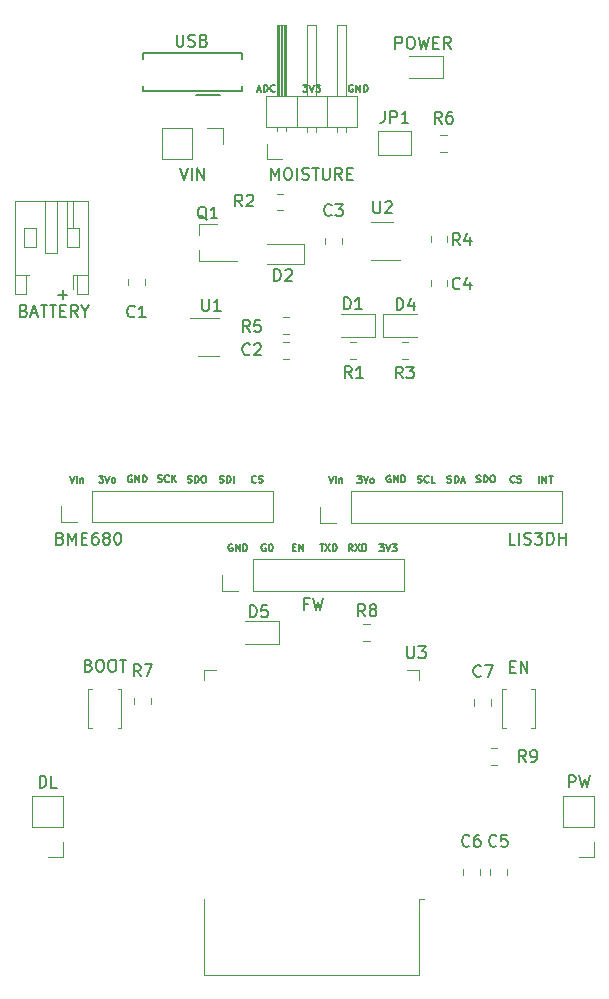
<source format=gto>
%TF.GenerationSoftware,KiCad,Pcbnew,(5.1.9)-1*%
%TF.CreationDate,2021-05-12T18:30:48+02:00*%
%TF.ProjectId,clip,636c6970-2e6b-4696-9361-645f70636258,rev?*%
%TF.SameCoordinates,Original*%
%TF.FileFunction,Legend,Top*%
%TF.FilePolarity,Positive*%
%FSLAX46Y46*%
G04 Gerber Fmt 4.6, Leading zero omitted, Abs format (unit mm)*
G04 Created by KiCad (PCBNEW (5.1.9)-1) date 2021-05-12 18:30:48*
%MOMM*%
%LPD*%
G01*
G04 APERTURE LIST*
%ADD10C,0.150000*%
%ADD11C,0.120000*%
%ADD12O,1.700000X1.700000*%
%ADD13R,1.700000X1.700000*%
%ADD14R,2.800000X0.900000*%
%ADD15R,0.900000X2.800000*%
%ADD16R,5.000000X5.000000*%
%ADD17C,0.800000*%
%ADD18R,1.700000X1.300000*%
%ADD19R,1.000000X1.000000*%
%ADD20O,0.850000X1.850000*%
%ADD21C,0.840000*%
%ADD22R,0.840000X0.840000*%
%ADD23R,1.560000X0.650000*%
%ADD24C,0.100000*%
%ADD25O,1.200000X1.750000*%
%ADD26R,1.900000X0.800000*%
G04 APERTURE END LIST*
D10*
X148087142Y-56131428D02*
X148458571Y-56131428D01*
X148258571Y-56360000D01*
X148344285Y-56360000D01*
X148401428Y-56388571D01*
X148430000Y-56417142D01*
X148458571Y-56474285D01*
X148458571Y-56617142D01*
X148430000Y-56674285D01*
X148401428Y-56702857D01*
X148344285Y-56731428D01*
X148172857Y-56731428D01*
X148115714Y-56702857D01*
X148087142Y-56674285D01*
X148630000Y-56131428D02*
X148830000Y-56731428D01*
X149030000Y-56131428D01*
X149172857Y-56131428D02*
X149544285Y-56131428D01*
X149344285Y-56360000D01*
X149430000Y-56360000D01*
X149487142Y-56388571D01*
X149515714Y-56417142D01*
X149544285Y-56474285D01*
X149544285Y-56617142D01*
X149515714Y-56674285D01*
X149487142Y-56702857D01*
X149430000Y-56731428D01*
X149258571Y-56731428D01*
X149201428Y-56702857D01*
X149172857Y-56674285D01*
X127389047Y-73911428D02*
X128150952Y-73911428D01*
X127770000Y-74292380D02*
X127770000Y-73530476D01*
X168087742Y-89882628D02*
X168087742Y-89282628D01*
X168373457Y-89882628D02*
X168373457Y-89282628D01*
X168716314Y-89882628D01*
X168716314Y-89282628D01*
X168916314Y-89282628D02*
X169259171Y-89282628D01*
X169087742Y-89882628D02*
X169087742Y-89282628D01*
X166016000Y-89774685D02*
X165987428Y-89803257D01*
X165901714Y-89831828D01*
X165844571Y-89831828D01*
X165758857Y-89803257D01*
X165701714Y-89746114D01*
X165673142Y-89688971D01*
X165644571Y-89574685D01*
X165644571Y-89488971D01*
X165673142Y-89374685D01*
X165701714Y-89317542D01*
X165758857Y-89260400D01*
X165844571Y-89231828D01*
X165901714Y-89231828D01*
X165987428Y-89260400D01*
X166016000Y-89288971D01*
X166244571Y-89803257D02*
X166330285Y-89831828D01*
X166473142Y-89831828D01*
X166530285Y-89803257D01*
X166558857Y-89774685D01*
X166587428Y-89717542D01*
X166587428Y-89660400D01*
X166558857Y-89603257D01*
X166530285Y-89574685D01*
X166473142Y-89546114D01*
X166358857Y-89517542D01*
X166301714Y-89488971D01*
X166273142Y-89460400D01*
X166244571Y-89403257D01*
X166244571Y-89346114D01*
X166273142Y-89288971D01*
X166301714Y-89260400D01*
X166358857Y-89231828D01*
X166501714Y-89231828D01*
X166587428Y-89260400D01*
X162790285Y-89777857D02*
X162876000Y-89806428D01*
X163018857Y-89806428D01*
X163076000Y-89777857D01*
X163104571Y-89749285D01*
X163133142Y-89692142D01*
X163133142Y-89635000D01*
X163104571Y-89577857D01*
X163076000Y-89549285D01*
X163018857Y-89520714D01*
X162904571Y-89492142D01*
X162847428Y-89463571D01*
X162818857Y-89435000D01*
X162790285Y-89377857D01*
X162790285Y-89320714D01*
X162818857Y-89263571D01*
X162847428Y-89235000D01*
X162904571Y-89206428D01*
X163047428Y-89206428D01*
X163133142Y-89235000D01*
X163390285Y-89806428D02*
X163390285Y-89206428D01*
X163533142Y-89206428D01*
X163618857Y-89235000D01*
X163676000Y-89292142D01*
X163704571Y-89349285D01*
X163733142Y-89463571D01*
X163733142Y-89549285D01*
X163704571Y-89663571D01*
X163676000Y-89720714D01*
X163618857Y-89777857D01*
X163533142Y-89806428D01*
X163390285Y-89806428D01*
X164104571Y-89206428D02*
X164218857Y-89206428D01*
X164276000Y-89235000D01*
X164333142Y-89292142D01*
X164361714Y-89406428D01*
X164361714Y-89606428D01*
X164333142Y-89720714D01*
X164276000Y-89777857D01*
X164218857Y-89806428D01*
X164104571Y-89806428D01*
X164047428Y-89777857D01*
X163990285Y-89720714D01*
X163961714Y-89606428D01*
X163961714Y-89406428D01*
X163990285Y-89292142D01*
X164047428Y-89235000D01*
X164104571Y-89206428D01*
X152687428Y-89257228D02*
X153058857Y-89257228D01*
X152858857Y-89485800D01*
X152944571Y-89485800D01*
X153001714Y-89514371D01*
X153030285Y-89542942D01*
X153058857Y-89600085D01*
X153058857Y-89742942D01*
X153030285Y-89800085D01*
X153001714Y-89828657D01*
X152944571Y-89857228D01*
X152773142Y-89857228D01*
X152716000Y-89828657D01*
X152687428Y-89800085D01*
X153230285Y-89257228D02*
X153430285Y-89857228D01*
X153630285Y-89257228D01*
X153916000Y-89857228D02*
X153858857Y-89828657D01*
X153830285Y-89800085D01*
X153801714Y-89742942D01*
X153801714Y-89571514D01*
X153830285Y-89514371D01*
X153858857Y-89485800D01*
X153916000Y-89457228D01*
X154001714Y-89457228D01*
X154058857Y-89485800D01*
X154087428Y-89514371D01*
X154116000Y-89571514D01*
X154116000Y-89742942D01*
X154087428Y-89800085D01*
X154058857Y-89828657D01*
X154001714Y-89857228D01*
X153916000Y-89857228D01*
X144121200Y-89774685D02*
X144092628Y-89803257D01*
X144006914Y-89831828D01*
X143949771Y-89831828D01*
X143864057Y-89803257D01*
X143806914Y-89746114D01*
X143778342Y-89688971D01*
X143749771Y-89574685D01*
X143749771Y-89488971D01*
X143778342Y-89374685D01*
X143806914Y-89317542D01*
X143864057Y-89260400D01*
X143949771Y-89231828D01*
X144006914Y-89231828D01*
X144092628Y-89260400D01*
X144121200Y-89288971D01*
X144349771Y-89803257D02*
X144435485Y-89831828D01*
X144578342Y-89831828D01*
X144635485Y-89803257D01*
X144664057Y-89774685D01*
X144692628Y-89717542D01*
X144692628Y-89660400D01*
X144664057Y-89603257D01*
X144635485Y-89574685D01*
X144578342Y-89546114D01*
X144464057Y-89517542D01*
X144406914Y-89488971D01*
X144378342Y-89460400D01*
X144349771Y-89403257D01*
X144349771Y-89346114D01*
X144378342Y-89288971D01*
X144406914Y-89260400D01*
X144464057Y-89231828D01*
X144606914Y-89231828D01*
X144692628Y-89260400D01*
X138330085Y-89803257D02*
X138415800Y-89831828D01*
X138558657Y-89831828D01*
X138615800Y-89803257D01*
X138644371Y-89774685D01*
X138672942Y-89717542D01*
X138672942Y-89660400D01*
X138644371Y-89603257D01*
X138615800Y-89574685D01*
X138558657Y-89546114D01*
X138444371Y-89517542D01*
X138387228Y-89488971D01*
X138358657Y-89460400D01*
X138330085Y-89403257D01*
X138330085Y-89346114D01*
X138358657Y-89288971D01*
X138387228Y-89260400D01*
X138444371Y-89231828D01*
X138587228Y-89231828D01*
X138672942Y-89260400D01*
X138930085Y-89831828D02*
X138930085Y-89231828D01*
X139072942Y-89231828D01*
X139158657Y-89260400D01*
X139215800Y-89317542D01*
X139244371Y-89374685D01*
X139272942Y-89488971D01*
X139272942Y-89574685D01*
X139244371Y-89688971D01*
X139215800Y-89746114D01*
X139158657Y-89803257D01*
X139072942Y-89831828D01*
X138930085Y-89831828D01*
X139644371Y-89231828D02*
X139758657Y-89231828D01*
X139815800Y-89260400D01*
X139872942Y-89317542D01*
X139901514Y-89431828D01*
X139901514Y-89631828D01*
X139872942Y-89746114D01*
X139815800Y-89803257D01*
X139758657Y-89831828D01*
X139644371Y-89831828D01*
X139587228Y-89803257D01*
X139530085Y-89746114D01*
X139501514Y-89631828D01*
X139501514Y-89431828D01*
X139530085Y-89317542D01*
X139587228Y-89260400D01*
X139644371Y-89231828D01*
X130792628Y-89231828D02*
X131164057Y-89231828D01*
X130964057Y-89460400D01*
X131049771Y-89460400D01*
X131106914Y-89488971D01*
X131135485Y-89517542D01*
X131164057Y-89574685D01*
X131164057Y-89717542D01*
X131135485Y-89774685D01*
X131106914Y-89803257D01*
X131049771Y-89831828D01*
X130878342Y-89831828D01*
X130821200Y-89803257D01*
X130792628Y-89774685D01*
X131335485Y-89231828D02*
X131535485Y-89831828D01*
X131735485Y-89231828D01*
X132021200Y-89831828D02*
X131964057Y-89803257D01*
X131935485Y-89774685D01*
X131906914Y-89717542D01*
X131906914Y-89546114D01*
X131935485Y-89488971D01*
X131964057Y-89460400D01*
X132021200Y-89431828D01*
X132106914Y-89431828D01*
X132164057Y-89460400D01*
X132192628Y-89488971D01*
X132221200Y-89546114D01*
X132221200Y-89717542D01*
X132192628Y-89774685D01*
X132164057Y-89803257D01*
X132106914Y-89831828D01*
X132021200Y-89831828D01*
X152322857Y-56160000D02*
X152265714Y-56131428D01*
X152180000Y-56131428D01*
X152094285Y-56160000D01*
X152037142Y-56217142D01*
X152008571Y-56274285D01*
X151980000Y-56388571D01*
X151980000Y-56474285D01*
X152008571Y-56588571D01*
X152037142Y-56645714D01*
X152094285Y-56702857D01*
X152180000Y-56731428D01*
X152237142Y-56731428D01*
X152322857Y-56702857D01*
X152351428Y-56674285D01*
X152351428Y-56474285D01*
X152237142Y-56474285D01*
X152608571Y-56731428D02*
X152608571Y-56131428D01*
X152951428Y-56731428D01*
X152951428Y-56131428D01*
X153237142Y-56731428D02*
X153237142Y-56131428D01*
X153380000Y-56131428D01*
X153465714Y-56160000D01*
X153522857Y-56217142D01*
X153551428Y-56274285D01*
X153580000Y-56388571D01*
X153580000Y-56474285D01*
X153551428Y-56588571D01*
X153522857Y-56645714D01*
X153465714Y-56702857D01*
X153380000Y-56731428D01*
X153237142Y-56731428D01*
X144237142Y-56550000D02*
X144522857Y-56550000D01*
X144180000Y-56721428D02*
X144380000Y-56121428D01*
X144580000Y-56721428D01*
X144780000Y-56721428D02*
X144780000Y-56121428D01*
X144922857Y-56121428D01*
X145008571Y-56150000D01*
X145065714Y-56207142D01*
X145094285Y-56264285D01*
X145122857Y-56378571D01*
X145122857Y-56464285D01*
X145094285Y-56578571D01*
X145065714Y-56635714D01*
X145008571Y-56692857D01*
X144922857Y-56721428D01*
X144780000Y-56721428D01*
X145722857Y-56664285D02*
X145694285Y-56692857D01*
X145608571Y-56721428D01*
X145551428Y-56721428D01*
X145465714Y-56692857D01*
X145408571Y-56635714D01*
X145380000Y-56578571D01*
X145351428Y-56464285D01*
X145351428Y-56378571D01*
X145380000Y-56264285D01*
X145408571Y-56207142D01*
X145465714Y-56150000D01*
X145551428Y-56121428D01*
X145608571Y-56121428D01*
X145694285Y-56150000D01*
X145722857Y-56178571D01*
X154578142Y-95048428D02*
X154949571Y-95048428D01*
X154749571Y-95277000D01*
X154835285Y-95277000D01*
X154892428Y-95305571D01*
X154921000Y-95334142D01*
X154949571Y-95391285D01*
X154949571Y-95534142D01*
X154921000Y-95591285D01*
X154892428Y-95619857D01*
X154835285Y-95648428D01*
X154663857Y-95648428D01*
X154606714Y-95619857D01*
X154578142Y-95591285D01*
X155121000Y-95048428D02*
X155321000Y-95648428D01*
X155521000Y-95048428D01*
X155663857Y-95048428D02*
X156035285Y-95048428D01*
X155835285Y-95277000D01*
X155921000Y-95277000D01*
X155978142Y-95305571D01*
X156006714Y-95334142D01*
X156035285Y-95391285D01*
X156035285Y-95534142D01*
X156006714Y-95591285D01*
X155978142Y-95619857D01*
X155921000Y-95648428D01*
X155749571Y-95648428D01*
X155692428Y-95619857D01*
X155663857Y-95591285D01*
X152304800Y-95623028D02*
X152104800Y-95337314D01*
X151961942Y-95623028D02*
X151961942Y-95023028D01*
X152190514Y-95023028D01*
X152247657Y-95051600D01*
X152276228Y-95080171D01*
X152304800Y-95137314D01*
X152304800Y-95223028D01*
X152276228Y-95280171D01*
X152247657Y-95308742D01*
X152190514Y-95337314D01*
X151961942Y-95337314D01*
X152504800Y-95023028D02*
X152904800Y-95623028D01*
X152904800Y-95023028D02*
X152504800Y-95623028D01*
X153133371Y-95623028D02*
X153133371Y-95023028D01*
X153276228Y-95023028D01*
X153361942Y-95051600D01*
X153419085Y-95108742D01*
X153447657Y-95165885D01*
X153476228Y-95280171D01*
X153476228Y-95365885D01*
X153447657Y-95480171D01*
X153419085Y-95537314D01*
X153361942Y-95594457D01*
X153276228Y-95623028D01*
X153133371Y-95623028D01*
X149509257Y-95023028D02*
X149852114Y-95023028D01*
X149680685Y-95623028D02*
X149680685Y-95023028D01*
X149994971Y-95023028D02*
X150394971Y-95623028D01*
X150394971Y-95023028D02*
X149994971Y-95623028D01*
X150623542Y-95623028D02*
X150623542Y-95023028D01*
X150766400Y-95023028D01*
X150852114Y-95051600D01*
X150909257Y-95108742D01*
X150937828Y-95165885D01*
X150966400Y-95280171D01*
X150966400Y-95365885D01*
X150937828Y-95480171D01*
X150909257Y-95537314D01*
X150852114Y-95594457D01*
X150766400Y-95623028D01*
X150623542Y-95623028D01*
X147232742Y-95283342D02*
X147432742Y-95283342D01*
X147518457Y-95597628D02*
X147232742Y-95597628D01*
X147232742Y-94997628D01*
X147518457Y-94997628D01*
X147775600Y-95597628D02*
X147775600Y-94997628D01*
X148118457Y-95597628D01*
X148118457Y-94997628D01*
X144930828Y-95051600D02*
X144873685Y-95023028D01*
X144787971Y-95023028D01*
X144702257Y-95051600D01*
X144645114Y-95108742D01*
X144616542Y-95165885D01*
X144587971Y-95280171D01*
X144587971Y-95365885D01*
X144616542Y-95480171D01*
X144645114Y-95537314D01*
X144702257Y-95594457D01*
X144787971Y-95623028D01*
X144845114Y-95623028D01*
X144930828Y-95594457D01*
X144959400Y-95565885D01*
X144959400Y-95365885D01*
X144845114Y-95365885D01*
X145330828Y-95023028D02*
X145387971Y-95023028D01*
X145445114Y-95051600D01*
X145473685Y-95080171D01*
X145502257Y-95137314D01*
X145530828Y-95251600D01*
X145530828Y-95394457D01*
X145502257Y-95508742D01*
X145473685Y-95565885D01*
X145445114Y-95594457D01*
X145387971Y-95623028D01*
X145330828Y-95623028D01*
X145273685Y-95594457D01*
X145245114Y-95565885D01*
X145216542Y-95508742D01*
X145187971Y-95394457D01*
X145187971Y-95251600D01*
X145216542Y-95137314D01*
X145245114Y-95080171D01*
X145273685Y-95051600D01*
X145330828Y-95023028D01*
X142113057Y-95051600D02*
X142055914Y-95023028D01*
X141970200Y-95023028D01*
X141884485Y-95051600D01*
X141827342Y-95108742D01*
X141798771Y-95165885D01*
X141770200Y-95280171D01*
X141770200Y-95365885D01*
X141798771Y-95480171D01*
X141827342Y-95537314D01*
X141884485Y-95594457D01*
X141970200Y-95623028D01*
X142027342Y-95623028D01*
X142113057Y-95594457D01*
X142141628Y-95565885D01*
X142141628Y-95365885D01*
X142027342Y-95365885D01*
X142398771Y-95623028D02*
X142398771Y-95023028D01*
X142741628Y-95623028D01*
X142741628Y-95023028D01*
X143027342Y-95623028D02*
X143027342Y-95023028D01*
X143170200Y-95023028D01*
X143255914Y-95051600D01*
X143313057Y-95108742D01*
X143341628Y-95165885D01*
X143370200Y-95280171D01*
X143370200Y-95365885D01*
X143341628Y-95480171D01*
X143313057Y-95537314D01*
X143255914Y-95594457D01*
X143170200Y-95623028D01*
X143027342Y-95623028D01*
X160332828Y-89803257D02*
X160418542Y-89831828D01*
X160561400Y-89831828D01*
X160618542Y-89803257D01*
X160647114Y-89774685D01*
X160675685Y-89717542D01*
X160675685Y-89660400D01*
X160647114Y-89603257D01*
X160618542Y-89574685D01*
X160561400Y-89546114D01*
X160447114Y-89517542D01*
X160389971Y-89488971D01*
X160361400Y-89460400D01*
X160332828Y-89403257D01*
X160332828Y-89346114D01*
X160361400Y-89288971D01*
X160389971Y-89260400D01*
X160447114Y-89231828D01*
X160589971Y-89231828D01*
X160675685Y-89260400D01*
X160932828Y-89831828D02*
X160932828Y-89231828D01*
X161075685Y-89231828D01*
X161161400Y-89260400D01*
X161218542Y-89317542D01*
X161247114Y-89374685D01*
X161275685Y-89488971D01*
X161275685Y-89574685D01*
X161247114Y-89688971D01*
X161218542Y-89746114D01*
X161161400Y-89803257D01*
X161075685Y-89831828D01*
X160932828Y-89831828D01*
X161504257Y-89660400D02*
X161789971Y-89660400D01*
X161447114Y-89831828D02*
X161647114Y-89231828D01*
X161847114Y-89831828D01*
X157807114Y-89803257D02*
X157892828Y-89831828D01*
X158035685Y-89831828D01*
X158092828Y-89803257D01*
X158121400Y-89774685D01*
X158149971Y-89717542D01*
X158149971Y-89660400D01*
X158121400Y-89603257D01*
X158092828Y-89574685D01*
X158035685Y-89546114D01*
X157921400Y-89517542D01*
X157864257Y-89488971D01*
X157835685Y-89460400D01*
X157807114Y-89403257D01*
X157807114Y-89346114D01*
X157835685Y-89288971D01*
X157864257Y-89260400D01*
X157921400Y-89231828D01*
X158064257Y-89231828D01*
X158149971Y-89260400D01*
X158749971Y-89774685D02*
X158721400Y-89803257D01*
X158635685Y-89831828D01*
X158578542Y-89831828D01*
X158492828Y-89803257D01*
X158435685Y-89746114D01*
X158407114Y-89688971D01*
X158378542Y-89574685D01*
X158378542Y-89488971D01*
X158407114Y-89374685D01*
X158435685Y-89317542D01*
X158492828Y-89260400D01*
X158578542Y-89231828D01*
X158635685Y-89231828D01*
X158721400Y-89260400D01*
X158749971Y-89288971D01*
X159292828Y-89831828D02*
X159007114Y-89831828D01*
X159007114Y-89231828D01*
X155498857Y-89235000D02*
X155441714Y-89206428D01*
X155356000Y-89206428D01*
X155270285Y-89235000D01*
X155213142Y-89292142D01*
X155184571Y-89349285D01*
X155156000Y-89463571D01*
X155156000Y-89549285D01*
X155184571Y-89663571D01*
X155213142Y-89720714D01*
X155270285Y-89777857D01*
X155356000Y-89806428D01*
X155413142Y-89806428D01*
X155498857Y-89777857D01*
X155527428Y-89749285D01*
X155527428Y-89549285D01*
X155413142Y-89549285D01*
X155784571Y-89806428D02*
X155784571Y-89206428D01*
X156127428Y-89806428D01*
X156127428Y-89206428D01*
X156413142Y-89806428D02*
X156413142Y-89206428D01*
X156556000Y-89206428D01*
X156641714Y-89235000D01*
X156698857Y-89292142D01*
X156727428Y-89349285D01*
X156756000Y-89463571D01*
X156756000Y-89549285D01*
X156727428Y-89663571D01*
X156698857Y-89720714D01*
X156641714Y-89777857D01*
X156556000Y-89806428D01*
X156413142Y-89806428D01*
X150287114Y-89257228D02*
X150487114Y-89857228D01*
X150687114Y-89257228D01*
X150887114Y-89857228D02*
X150887114Y-89457228D01*
X150887114Y-89257228D02*
X150858542Y-89285800D01*
X150887114Y-89314371D01*
X150915685Y-89285800D01*
X150887114Y-89257228D01*
X150887114Y-89314371D01*
X151172828Y-89457228D02*
X151172828Y-89857228D01*
X151172828Y-89514371D02*
X151201400Y-89485800D01*
X151258542Y-89457228D01*
X151344257Y-89457228D01*
X151401400Y-89485800D01*
X151429971Y-89542942D01*
X151429971Y-89857228D01*
X141041514Y-89803257D02*
X141127228Y-89831828D01*
X141270085Y-89831828D01*
X141327228Y-89803257D01*
X141355800Y-89774685D01*
X141384371Y-89717542D01*
X141384371Y-89660400D01*
X141355800Y-89603257D01*
X141327228Y-89574685D01*
X141270085Y-89546114D01*
X141155800Y-89517542D01*
X141098657Y-89488971D01*
X141070085Y-89460400D01*
X141041514Y-89403257D01*
X141041514Y-89346114D01*
X141070085Y-89288971D01*
X141098657Y-89260400D01*
X141155800Y-89231828D01*
X141298657Y-89231828D01*
X141384371Y-89260400D01*
X141641514Y-89831828D02*
X141641514Y-89231828D01*
X141784371Y-89231828D01*
X141870085Y-89260400D01*
X141927228Y-89317542D01*
X141955800Y-89374685D01*
X141984371Y-89488971D01*
X141984371Y-89574685D01*
X141955800Y-89688971D01*
X141927228Y-89746114D01*
X141870085Y-89803257D01*
X141784371Y-89831828D01*
X141641514Y-89831828D01*
X142241514Y-89831828D02*
X142241514Y-89231828D01*
X135804371Y-89752457D02*
X135890085Y-89781028D01*
X136032942Y-89781028D01*
X136090085Y-89752457D01*
X136118657Y-89723885D01*
X136147228Y-89666742D01*
X136147228Y-89609600D01*
X136118657Y-89552457D01*
X136090085Y-89523885D01*
X136032942Y-89495314D01*
X135918657Y-89466742D01*
X135861514Y-89438171D01*
X135832942Y-89409600D01*
X135804371Y-89352457D01*
X135804371Y-89295314D01*
X135832942Y-89238171D01*
X135861514Y-89209600D01*
X135918657Y-89181028D01*
X136061514Y-89181028D01*
X136147228Y-89209600D01*
X136747228Y-89723885D02*
X136718657Y-89752457D01*
X136632942Y-89781028D01*
X136575800Y-89781028D01*
X136490085Y-89752457D01*
X136432942Y-89695314D01*
X136404371Y-89638171D01*
X136375800Y-89523885D01*
X136375800Y-89438171D01*
X136404371Y-89323885D01*
X136432942Y-89266742D01*
X136490085Y-89209600D01*
X136575800Y-89181028D01*
X136632942Y-89181028D01*
X136718657Y-89209600D01*
X136747228Y-89238171D01*
X137004371Y-89781028D02*
X137004371Y-89181028D01*
X137347228Y-89781028D02*
X137090085Y-89438171D01*
X137347228Y-89181028D02*
X137004371Y-89523885D01*
X133604057Y-89235000D02*
X133546914Y-89206428D01*
X133461200Y-89206428D01*
X133375485Y-89235000D01*
X133318342Y-89292142D01*
X133289771Y-89349285D01*
X133261200Y-89463571D01*
X133261200Y-89549285D01*
X133289771Y-89663571D01*
X133318342Y-89720714D01*
X133375485Y-89777857D01*
X133461200Y-89806428D01*
X133518342Y-89806428D01*
X133604057Y-89777857D01*
X133632628Y-89749285D01*
X133632628Y-89549285D01*
X133518342Y-89549285D01*
X133889771Y-89806428D02*
X133889771Y-89206428D01*
X134232628Y-89806428D01*
X134232628Y-89206428D01*
X134518342Y-89806428D02*
X134518342Y-89206428D01*
X134661200Y-89206428D01*
X134746914Y-89235000D01*
X134804057Y-89292142D01*
X134832628Y-89349285D01*
X134861200Y-89463571D01*
X134861200Y-89549285D01*
X134832628Y-89663571D01*
X134804057Y-89720714D01*
X134746914Y-89777857D01*
X134661200Y-89806428D01*
X134518342Y-89806428D01*
X128366914Y-89257228D02*
X128566914Y-89857228D01*
X128766914Y-89257228D01*
X128966914Y-89857228D02*
X128966914Y-89457228D01*
X128966914Y-89257228D02*
X128938342Y-89285800D01*
X128966914Y-89314371D01*
X128995485Y-89285800D01*
X128966914Y-89257228D01*
X128966914Y-89314371D01*
X129252628Y-89457228D02*
X129252628Y-89857228D01*
X129252628Y-89514371D02*
X129281200Y-89485800D01*
X129338342Y-89457228D01*
X129424057Y-89457228D01*
X129481200Y-89485800D01*
X129509771Y-89542942D01*
X129509771Y-89857228D01*
D11*
%TO.C,DL*%
X127820000Y-116340000D02*
X125160000Y-116340000D01*
X127820000Y-118940000D02*
X127820000Y-116340000D01*
X125160000Y-118940000D02*
X125160000Y-116340000D01*
X127820000Y-118940000D02*
X125160000Y-118940000D01*
X127820000Y-120210000D02*
X127820000Y-121540000D01*
X127820000Y-121540000D02*
X126490000Y-121540000D01*
%TO.C,PW*%
X172780000Y-121535500D02*
X171450000Y-121535500D01*
X172780000Y-120205500D02*
X172780000Y-121535500D01*
X172780000Y-118935500D02*
X170120000Y-118935500D01*
X170120000Y-118935500D02*
X170120000Y-116335500D01*
X172780000Y-118935500D02*
X172780000Y-116335500D01*
X172780000Y-116335500D02*
X170120000Y-116335500D01*
%TO.C,U3*%
X157950000Y-106500000D02*
X157950000Y-105720000D01*
X157950000Y-105720000D02*
X156950000Y-105720000D01*
X139710000Y-106500000D02*
X139710000Y-105720000D01*
X139710000Y-105720000D02*
X140710000Y-105720000D01*
X157950000Y-131465000D02*
X139710000Y-131465000D01*
X139710000Y-131465000D02*
X139710000Y-125045000D01*
X157950000Y-131465000D02*
X157950000Y-125045000D01*
X157950000Y-125045000D02*
X158330000Y-125045000D01*
%TO.C,EN*%
X165250000Y-107270000D02*
X164950000Y-107270000D01*
X164950000Y-107270000D02*
X164950000Y-110570000D01*
X164950000Y-110570000D02*
X165250000Y-110570000D01*
X167450000Y-107270000D02*
X167750000Y-107270000D01*
X167750000Y-107270000D02*
X167750000Y-110570000D01*
X167750000Y-110570000D02*
X167450000Y-110570000D01*
%TO.C,LIS3DH*%
X170000000Y-93200000D02*
X170000000Y-90540000D01*
X152160000Y-93200000D02*
X170000000Y-93200000D01*
X152160000Y-90540000D02*
X170000000Y-90540000D01*
X152160000Y-93200000D02*
X152160000Y-90540000D01*
X150890000Y-93200000D02*
X149560000Y-93200000D01*
X149560000Y-93200000D02*
X149560000Y-91870000D01*
%TO.C,VIN*%
X141340000Y-59800000D02*
X141340000Y-61130000D01*
X140010000Y-59800000D02*
X141340000Y-59800000D01*
X138740000Y-59800000D02*
X138740000Y-62460000D01*
X138740000Y-62460000D02*
X136140000Y-62460000D01*
X138740000Y-59800000D02*
X136140000Y-59800000D01*
X136140000Y-59800000D02*
X136140000Y-62460000D01*
%TO.C,FW*%
X141270000Y-98980000D02*
X141270000Y-97650000D01*
X142600000Y-98980000D02*
X141270000Y-98980000D01*
X143870000Y-98980000D02*
X143870000Y-96320000D01*
X143870000Y-96320000D02*
X156630000Y-96320000D01*
X143870000Y-98980000D02*
X156630000Y-98980000D01*
X156630000Y-98980000D02*
X156630000Y-96320000D01*
%TO.C,D4*%
X154917800Y-77460000D02*
X157777800Y-77460000D01*
X154917800Y-75540000D02*
X154917800Y-77460000D01*
X157777800Y-75540000D02*
X154917800Y-75540000D01*
%TO.C,D2*%
X148200000Y-71300000D02*
X145050000Y-71300000D01*
X148200000Y-69600000D02*
X145050000Y-69600000D01*
X148200000Y-71300000D02*
X148200000Y-69600000D01*
%TO.C,BME680*%
X145538500Y-93151000D02*
X145538500Y-90491000D01*
X130238500Y-93151000D02*
X145538500Y-93151000D01*
X130238500Y-90491000D02*
X145538500Y-90491000D01*
X130238500Y-93151000D02*
X130238500Y-90491000D01*
X128968500Y-93151000D02*
X127638500Y-93151000D01*
X127638500Y-93151000D02*
X127638500Y-91821000D01*
%TO.C,MOISTURE*%
X145030000Y-62420000D02*
X145030000Y-61150000D01*
X146300000Y-62420000D02*
X145030000Y-62420000D01*
X151760000Y-60107071D02*
X151760000Y-59710000D01*
X151000000Y-60107071D02*
X151000000Y-59710000D01*
X151760000Y-51050000D02*
X151760000Y-57050000D01*
X151000000Y-51050000D02*
X151760000Y-51050000D01*
X151000000Y-57050000D02*
X151000000Y-51050000D01*
X150110000Y-59710000D02*
X150110000Y-57050000D01*
X149220000Y-60107071D02*
X149220000Y-59710000D01*
X148460000Y-60107071D02*
X148460000Y-59710000D01*
X149220000Y-51050000D02*
X149220000Y-57050000D01*
X148460000Y-51050000D02*
X149220000Y-51050000D01*
X148460000Y-57050000D02*
X148460000Y-51050000D01*
X147570000Y-59710000D02*
X147570000Y-57050000D01*
X146680000Y-60040000D02*
X146680000Y-59710000D01*
X145920000Y-60040000D02*
X145920000Y-59710000D01*
X146580000Y-57050000D02*
X146580000Y-51050000D01*
X146460000Y-57050000D02*
X146460000Y-51050000D01*
X146340000Y-57050000D02*
X146340000Y-51050000D01*
X146220000Y-57050000D02*
X146220000Y-51050000D01*
X146100000Y-57050000D02*
X146100000Y-51050000D01*
X145980000Y-57050000D02*
X145980000Y-51050000D01*
X146680000Y-51050000D02*
X146680000Y-57050000D01*
X145920000Y-51050000D02*
X146680000Y-51050000D01*
X145920000Y-57050000D02*
X145920000Y-51050000D01*
X144970000Y-57050000D02*
X144970000Y-59710000D01*
X152710000Y-57050000D02*
X144970000Y-57050000D01*
X152710000Y-59710000D02*
X152710000Y-57050000D01*
X144970000Y-59710000D02*
X152710000Y-59710000D01*
D10*
%TO.C,USB*%
X142900000Y-56205000D02*
X142900000Y-56680000D01*
X142900000Y-56680000D02*
X134600000Y-56680000D01*
X134600000Y-56680000D02*
X134600000Y-56205000D01*
X142900000Y-53955000D02*
X142900000Y-53480000D01*
X142900000Y-53480000D02*
X134600000Y-53480000D01*
X134600000Y-53480000D02*
X134600000Y-53955000D01*
X141050000Y-56980000D02*
X139050000Y-56980000D01*
D11*
%TO.C,U2*%
X155690000Y-67770000D02*
X153890000Y-67770000D01*
X153890000Y-70990000D02*
X156340000Y-70990000D01*
%TO.C,R3*%
X157011252Y-77920000D02*
X156488748Y-77920000D01*
X157011252Y-79340000D02*
X156488748Y-79340000D01*
%TO.C,JP1*%
X157229000Y-60087000D02*
X157229000Y-62087000D01*
X154429000Y-60087000D02*
X157229000Y-60087000D01*
X154429000Y-62087000D02*
X154429000Y-60087000D01*
X157229000Y-62087000D02*
X154429000Y-62087000D01*
%TO.C,D5*%
X143208500Y-103449000D02*
X146068500Y-103449000D01*
X146068500Y-103449000D02*
X146068500Y-101529000D01*
X146068500Y-101529000D02*
X143208500Y-101529000D01*
%TO.C,BATTERY*%
X128660000Y-72230000D02*
X128940000Y-72230000D01*
X128940000Y-72230000D02*
X128940000Y-73830000D01*
X128940000Y-73830000D02*
X129860000Y-73830000D01*
X129860000Y-73830000D02*
X129860000Y-66010000D01*
X129860000Y-66010000D02*
X123740000Y-66010000D01*
X123740000Y-66010000D02*
X123740000Y-73830000D01*
X123740000Y-73830000D02*
X124660000Y-73830000D01*
X124660000Y-73830000D02*
X124660000Y-72230000D01*
X124660000Y-72230000D02*
X124940000Y-72230000D01*
X127300000Y-66010000D02*
X127300000Y-70370000D01*
X127300000Y-70370000D02*
X126300000Y-70370000D01*
X126300000Y-70370000D02*
X126300000Y-66010000D01*
X129860000Y-72230000D02*
X128940000Y-72230000D01*
X123740000Y-72230000D02*
X124660000Y-72230000D01*
X129100000Y-69870000D02*
X129100000Y-68270000D01*
X129100000Y-68270000D02*
X128100000Y-68270000D01*
X128100000Y-68270000D02*
X128100000Y-69870000D01*
X128100000Y-69870000D02*
X129100000Y-69870000D01*
X124500000Y-69870000D02*
X124500000Y-68270000D01*
X124500000Y-68270000D02*
X125500000Y-68270000D01*
X125500000Y-68270000D02*
X125500000Y-69870000D01*
X125500000Y-69870000D02*
X124500000Y-69870000D01*
X128100000Y-68270000D02*
X128100000Y-66010000D01*
X128600000Y-68270000D02*
X128600000Y-66010000D01*
X128660000Y-72230000D02*
X128660000Y-73445000D01*
%TO.C,U1*%
X141001000Y-75842400D02*
X138551000Y-75842400D01*
X139201000Y-79062400D02*
X141001000Y-79062400D01*
%TO.C,BOOT*%
X132430000Y-110565000D02*
X132730000Y-110565000D01*
X132730000Y-110565000D02*
X132730000Y-107265000D01*
X132730000Y-107265000D02*
X132430000Y-107265000D01*
X130230000Y-110565000D02*
X129930000Y-110565000D01*
X129930000Y-110565000D02*
X129930000Y-107265000D01*
X129930000Y-107265000D02*
X130230000Y-107265000D01*
%TO.C,R7*%
X135230000Y-108063748D02*
X135230000Y-108586252D01*
X133810000Y-108063748D02*
X133810000Y-108586252D01*
%TO.C,R9*%
X164541252Y-113710000D02*
X164018748Y-113710000D01*
X164541252Y-112290000D02*
X164018748Y-112290000D01*
%TO.C,R8*%
X153218248Y-101779000D02*
X153740752Y-101779000D01*
X153218248Y-103199000D02*
X153740752Y-103199000D01*
%TO.C,R6*%
X160255852Y-61797000D02*
X159733348Y-61797000D01*
X160255852Y-60377000D02*
X159733348Y-60377000D01*
%TO.C,R5*%
X146369748Y-77222400D02*
X146892252Y-77222400D01*
X146369748Y-75802400D02*
X146892252Y-75802400D01*
%TO.C,R4*%
X160322000Y-68913148D02*
X160322000Y-69435652D01*
X158902000Y-68913148D02*
X158902000Y-69435652D01*
%TO.C,R2*%
X146438252Y-65355400D02*
X145915748Y-65355400D01*
X146438252Y-66775400D02*
X145915748Y-66775400D01*
%TO.C,R1*%
X152058748Y-79320000D02*
X152581252Y-79320000D01*
X152058748Y-77900000D02*
X152581252Y-77900000D01*
%TO.C,Q1*%
X139321000Y-67914400D02*
X140781000Y-67914400D01*
X139321000Y-71074400D02*
X142481000Y-71074400D01*
X139321000Y-71074400D02*
X139321000Y-70144400D01*
X139321000Y-67914400D02*
X139321000Y-68844400D01*
%TO.C,POWER*%
X157080000Y-55590000D02*
X159940000Y-55590000D01*
X159940000Y-55590000D02*
X159940000Y-53670000D01*
X159940000Y-53670000D02*
X157080000Y-53670000D01*
%TO.C,D1*%
X154180000Y-75540000D02*
X151320000Y-75540000D01*
X154180000Y-77460000D02*
X154180000Y-75540000D01*
X151320000Y-77460000D02*
X154180000Y-77460000D01*
%TO.C,C7*%
X162580000Y-108701252D02*
X162580000Y-108178748D01*
X164000000Y-108701252D02*
X164000000Y-108178748D01*
%TO.C,C6*%
X163070000Y-122523748D02*
X163070000Y-123046252D01*
X161650000Y-122523748D02*
X161650000Y-123046252D01*
%TO.C,C5*%
X165380000Y-122528748D02*
X165380000Y-123051252D01*
X163960000Y-122528748D02*
X163960000Y-123051252D01*
%TO.C,C4*%
X160322000Y-72623148D02*
X160322000Y-73145652D01*
X158902000Y-72623148D02*
X158902000Y-73145652D01*
%TO.C,C3*%
X149972000Y-69625652D02*
X149972000Y-69103148D01*
X151392000Y-69625652D02*
X151392000Y-69103148D01*
%TO.C,C2*%
X146369748Y-79322400D02*
X146892252Y-79322400D01*
X146369748Y-77902400D02*
X146892252Y-77902400D01*
%TO.C,C1*%
X133275000Y-73108452D02*
X133275000Y-72585948D01*
X134695000Y-73108452D02*
X134695000Y-72585948D01*
%TO.C,DL*%
D10*
X125803333Y-115632380D02*
X125803333Y-114632380D01*
X126041428Y-114632380D01*
X126184285Y-114680000D01*
X126279523Y-114775238D01*
X126327142Y-114870476D01*
X126374761Y-115060952D01*
X126374761Y-115203809D01*
X126327142Y-115394285D01*
X126279523Y-115489523D01*
X126184285Y-115584761D01*
X126041428Y-115632380D01*
X125803333Y-115632380D01*
X127279523Y-115632380D02*
X126803333Y-115632380D01*
X126803333Y-114632380D01*
%TO.C,PW*%
X170606666Y-115612380D02*
X170606666Y-114612380D01*
X170987619Y-114612380D01*
X171082857Y-114660000D01*
X171130476Y-114707619D01*
X171178095Y-114802857D01*
X171178095Y-114945714D01*
X171130476Y-115040952D01*
X171082857Y-115088571D01*
X170987619Y-115136190D01*
X170606666Y-115136190D01*
X171511428Y-114612380D02*
X171749523Y-115612380D01*
X171940000Y-114898095D01*
X172130476Y-115612380D01*
X172368571Y-114612380D01*
%TO.C,U3*%
X156921295Y-103693980D02*
X156921295Y-104503504D01*
X156968914Y-104598742D01*
X157016533Y-104646361D01*
X157111771Y-104693980D01*
X157302247Y-104693980D01*
X157397485Y-104646361D01*
X157445104Y-104598742D01*
X157492723Y-104503504D01*
X157492723Y-103693980D01*
X157873676Y-103693980D02*
X158492723Y-103693980D01*
X158159390Y-104074933D01*
X158302247Y-104074933D01*
X158397485Y-104122552D01*
X158445104Y-104170171D01*
X158492723Y-104265409D01*
X158492723Y-104503504D01*
X158445104Y-104598742D01*
X158397485Y-104646361D01*
X158302247Y-104693980D01*
X158016533Y-104693980D01*
X157921295Y-104646361D01*
X157873676Y-104598742D01*
%TO.C,EN*%
X165631904Y-105389371D02*
X165965238Y-105389371D01*
X166108095Y-105913180D02*
X165631904Y-105913180D01*
X165631904Y-104913180D01*
X166108095Y-104913180D01*
X166536666Y-105913180D02*
X166536666Y-104913180D01*
X167108095Y-105913180D01*
X167108095Y-104913180D01*
%TO.C,LIS3DH*%
X166065438Y-95067380D02*
X165589247Y-95067380D01*
X165589247Y-94067380D01*
X166398771Y-95067380D02*
X166398771Y-94067380D01*
X166827342Y-95019761D02*
X166970200Y-95067380D01*
X167208295Y-95067380D01*
X167303533Y-95019761D01*
X167351152Y-94972142D01*
X167398771Y-94876904D01*
X167398771Y-94781666D01*
X167351152Y-94686428D01*
X167303533Y-94638809D01*
X167208295Y-94591190D01*
X167017819Y-94543571D01*
X166922580Y-94495952D01*
X166874961Y-94448333D01*
X166827342Y-94353095D01*
X166827342Y-94257857D01*
X166874961Y-94162619D01*
X166922580Y-94115000D01*
X167017819Y-94067380D01*
X167255914Y-94067380D01*
X167398771Y-94115000D01*
X167732104Y-94067380D02*
X168351152Y-94067380D01*
X168017819Y-94448333D01*
X168160676Y-94448333D01*
X168255914Y-94495952D01*
X168303533Y-94543571D01*
X168351152Y-94638809D01*
X168351152Y-94876904D01*
X168303533Y-94972142D01*
X168255914Y-95019761D01*
X168160676Y-95067380D01*
X167874961Y-95067380D01*
X167779723Y-95019761D01*
X167732104Y-94972142D01*
X168779723Y-95067380D02*
X168779723Y-94067380D01*
X169017819Y-94067380D01*
X169160676Y-94115000D01*
X169255914Y-94210238D01*
X169303533Y-94305476D01*
X169351152Y-94495952D01*
X169351152Y-94638809D01*
X169303533Y-94829285D01*
X169255914Y-94924523D01*
X169160676Y-95019761D01*
X169017819Y-95067380D01*
X168779723Y-95067380D01*
X169779723Y-95067380D02*
X169779723Y-94067380D01*
X169779723Y-94543571D02*
X170351152Y-94543571D01*
X170351152Y-95067380D02*
X170351152Y-94067380D01*
%TO.C,VIN*%
X137694761Y-63172380D02*
X138028095Y-64172380D01*
X138361428Y-63172380D01*
X138694761Y-64172380D02*
X138694761Y-63172380D01*
X139170952Y-64172380D02*
X139170952Y-63172380D01*
X139742380Y-64172380D01*
X139742380Y-63172380D01*
%TO.C,FW*%
X148517028Y-100106171D02*
X148183695Y-100106171D01*
X148183695Y-100629980D02*
X148183695Y-99629980D01*
X148659885Y-99629980D01*
X148945600Y-99629980D02*
X149183695Y-100629980D01*
X149374171Y-99915695D01*
X149564647Y-100629980D01*
X149802742Y-99629980D01*
%TO.C,D4*%
X156039704Y-75198380D02*
X156039704Y-74198380D01*
X156277800Y-74198380D01*
X156420657Y-74246000D01*
X156515895Y-74341238D01*
X156563514Y-74436476D01*
X156611133Y-74626952D01*
X156611133Y-74769809D01*
X156563514Y-74960285D01*
X156515895Y-75055523D01*
X156420657Y-75150761D01*
X156277800Y-75198380D01*
X156039704Y-75198380D01*
X157468276Y-74531714D02*
X157468276Y-75198380D01*
X157230180Y-74150761D02*
X156992085Y-74865047D01*
X157611133Y-74865047D01*
%TO.C,D2*%
X145661904Y-72732380D02*
X145661904Y-71732380D01*
X145900000Y-71732380D01*
X146042857Y-71780000D01*
X146138095Y-71875238D01*
X146185714Y-71970476D01*
X146233333Y-72160952D01*
X146233333Y-72303809D01*
X146185714Y-72494285D01*
X146138095Y-72589523D01*
X146042857Y-72684761D01*
X145900000Y-72732380D01*
X145661904Y-72732380D01*
X146614285Y-71827619D02*
X146661904Y-71780000D01*
X146757142Y-71732380D01*
X146995238Y-71732380D01*
X147090476Y-71780000D01*
X147138095Y-71827619D01*
X147185714Y-71922857D01*
X147185714Y-72018095D01*
X147138095Y-72160952D01*
X146566666Y-72732380D01*
X147185714Y-72732380D01*
%TO.C,BME680*%
X127565447Y-94543571D02*
X127708304Y-94591190D01*
X127755923Y-94638809D01*
X127803542Y-94734047D01*
X127803542Y-94876904D01*
X127755923Y-94972142D01*
X127708304Y-95019761D01*
X127613066Y-95067380D01*
X127232114Y-95067380D01*
X127232114Y-94067380D01*
X127565447Y-94067380D01*
X127660685Y-94115000D01*
X127708304Y-94162619D01*
X127755923Y-94257857D01*
X127755923Y-94353095D01*
X127708304Y-94448333D01*
X127660685Y-94495952D01*
X127565447Y-94543571D01*
X127232114Y-94543571D01*
X128232114Y-95067380D02*
X128232114Y-94067380D01*
X128565447Y-94781666D01*
X128898780Y-94067380D01*
X128898780Y-95067380D01*
X129374971Y-94543571D02*
X129708304Y-94543571D01*
X129851161Y-95067380D02*
X129374971Y-95067380D01*
X129374971Y-94067380D01*
X129851161Y-94067380D01*
X130708304Y-94067380D02*
X130517828Y-94067380D01*
X130422590Y-94115000D01*
X130374971Y-94162619D01*
X130279733Y-94305476D01*
X130232114Y-94495952D01*
X130232114Y-94876904D01*
X130279733Y-94972142D01*
X130327352Y-95019761D01*
X130422590Y-95067380D01*
X130613066Y-95067380D01*
X130708304Y-95019761D01*
X130755923Y-94972142D01*
X130803542Y-94876904D01*
X130803542Y-94638809D01*
X130755923Y-94543571D01*
X130708304Y-94495952D01*
X130613066Y-94448333D01*
X130422590Y-94448333D01*
X130327352Y-94495952D01*
X130279733Y-94543571D01*
X130232114Y-94638809D01*
X131374971Y-94495952D02*
X131279733Y-94448333D01*
X131232114Y-94400714D01*
X131184495Y-94305476D01*
X131184495Y-94257857D01*
X131232114Y-94162619D01*
X131279733Y-94115000D01*
X131374971Y-94067380D01*
X131565447Y-94067380D01*
X131660685Y-94115000D01*
X131708304Y-94162619D01*
X131755923Y-94257857D01*
X131755923Y-94305476D01*
X131708304Y-94400714D01*
X131660685Y-94448333D01*
X131565447Y-94495952D01*
X131374971Y-94495952D01*
X131279733Y-94543571D01*
X131232114Y-94591190D01*
X131184495Y-94686428D01*
X131184495Y-94876904D01*
X131232114Y-94972142D01*
X131279733Y-95019761D01*
X131374971Y-95067380D01*
X131565447Y-95067380D01*
X131660685Y-95019761D01*
X131708304Y-94972142D01*
X131755923Y-94876904D01*
X131755923Y-94686428D01*
X131708304Y-94591190D01*
X131660685Y-94543571D01*
X131565447Y-94495952D01*
X132374971Y-94067380D02*
X132470209Y-94067380D01*
X132565447Y-94115000D01*
X132613066Y-94162619D01*
X132660685Y-94257857D01*
X132708304Y-94448333D01*
X132708304Y-94686428D01*
X132660685Y-94876904D01*
X132613066Y-94972142D01*
X132565447Y-95019761D01*
X132470209Y-95067380D01*
X132374971Y-95067380D01*
X132279733Y-95019761D01*
X132232114Y-94972142D01*
X132184495Y-94876904D01*
X132136876Y-94686428D01*
X132136876Y-94448333D01*
X132184495Y-94257857D01*
X132232114Y-94162619D01*
X132279733Y-94115000D01*
X132374971Y-94067380D01*
%TO.C,MOISTURE*%
X145411428Y-64172380D02*
X145411428Y-63172380D01*
X145744761Y-63886666D01*
X146078095Y-63172380D01*
X146078095Y-64172380D01*
X146744761Y-63172380D02*
X146935238Y-63172380D01*
X147030476Y-63220000D01*
X147125714Y-63315238D01*
X147173333Y-63505714D01*
X147173333Y-63839047D01*
X147125714Y-64029523D01*
X147030476Y-64124761D01*
X146935238Y-64172380D01*
X146744761Y-64172380D01*
X146649523Y-64124761D01*
X146554285Y-64029523D01*
X146506666Y-63839047D01*
X146506666Y-63505714D01*
X146554285Y-63315238D01*
X146649523Y-63220000D01*
X146744761Y-63172380D01*
X147601904Y-64172380D02*
X147601904Y-63172380D01*
X148030476Y-64124761D02*
X148173333Y-64172380D01*
X148411428Y-64172380D01*
X148506666Y-64124761D01*
X148554285Y-64077142D01*
X148601904Y-63981904D01*
X148601904Y-63886666D01*
X148554285Y-63791428D01*
X148506666Y-63743809D01*
X148411428Y-63696190D01*
X148220952Y-63648571D01*
X148125714Y-63600952D01*
X148078095Y-63553333D01*
X148030476Y-63458095D01*
X148030476Y-63362857D01*
X148078095Y-63267619D01*
X148125714Y-63220000D01*
X148220952Y-63172380D01*
X148459047Y-63172380D01*
X148601904Y-63220000D01*
X148887619Y-63172380D02*
X149459047Y-63172380D01*
X149173333Y-64172380D02*
X149173333Y-63172380D01*
X149792380Y-63172380D02*
X149792380Y-63981904D01*
X149840000Y-64077142D01*
X149887619Y-64124761D01*
X149982857Y-64172380D01*
X150173333Y-64172380D01*
X150268571Y-64124761D01*
X150316190Y-64077142D01*
X150363809Y-63981904D01*
X150363809Y-63172380D01*
X151411428Y-64172380D02*
X151078095Y-63696190D01*
X150840000Y-64172380D02*
X150840000Y-63172380D01*
X151220952Y-63172380D01*
X151316190Y-63220000D01*
X151363809Y-63267619D01*
X151411428Y-63362857D01*
X151411428Y-63505714D01*
X151363809Y-63600952D01*
X151316190Y-63648571D01*
X151220952Y-63696190D01*
X150840000Y-63696190D01*
X151840000Y-63648571D02*
X152173333Y-63648571D01*
X152316190Y-64172380D02*
X151840000Y-64172380D01*
X151840000Y-63172380D01*
X152316190Y-63172380D01*
%TO.C,USB*%
X137396695Y-51903380D02*
X137396695Y-52712904D01*
X137444314Y-52808142D01*
X137491933Y-52855761D01*
X137587171Y-52903380D01*
X137777647Y-52903380D01*
X137872885Y-52855761D01*
X137920504Y-52808142D01*
X137968123Y-52712904D01*
X137968123Y-51903380D01*
X138396695Y-52855761D02*
X138539552Y-52903380D01*
X138777647Y-52903380D01*
X138872885Y-52855761D01*
X138920504Y-52808142D01*
X138968123Y-52712904D01*
X138968123Y-52617666D01*
X138920504Y-52522428D01*
X138872885Y-52474809D01*
X138777647Y-52427190D01*
X138587171Y-52379571D01*
X138491933Y-52331952D01*
X138444314Y-52284333D01*
X138396695Y-52189095D01*
X138396695Y-52093857D01*
X138444314Y-51998619D01*
X138491933Y-51951000D01*
X138587171Y-51903380D01*
X138825266Y-51903380D01*
X138968123Y-51951000D01*
X139730028Y-52379571D02*
X139872885Y-52427190D01*
X139920504Y-52474809D01*
X139968123Y-52570047D01*
X139968123Y-52712904D01*
X139920504Y-52808142D01*
X139872885Y-52855761D01*
X139777647Y-52903380D01*
X139396695Y-52903380D01*
X139396695Y-51903380D01*
X139730028Y-51903380D01*
X139825266Y-51951000D01*
X139872885Y-51998619D01*
X139920504Y-52093857D01*
X139920504Y-52189095D01*
X139872885Y-52284333D01*
X139825266Y-52331952D01*
X139730028Y-52379571D01*
X139396695Y-52379571D01*
%TO.C,U2*%
X154070095Y-66005380D02*
X154070095Y-66814904D01*
X154117714Y-66910142D01*
X154165333Y-66957761D01*
X154260571Y-67005380D01*
X154451047Y-67005380D01*
X154546285Y-66957761D01*
X154593904Y-66910142D01*
X154641523Y-66814904D01*
X154641523Y-66005380D01*
X155070095Y-66100619D02*
X155117714Y-66053000D01*
X155212952Y-66005380D01*
X155451047Y-66005380D01*
X155546285Y-66053000D01*
X155593904Y-66100619D01*
X155641523Y-66195857D01*
X155641523Y-66291095D01*
X155593904Y-66433952D01*
X155022476Y-67005380D01*
X155641523Y-67005380D01*
%TO.C,R3*%
X156532533Y-80987380D02*
X156199200Y-80511190D01*
X155961104Y-80987380D02*
X155961104Y-79987380D01*
X156342057Y-79987380D01*
X156437295Y-80035000D01*
X156484914Y-80082619D01*
X156532533Y-80177857D01*
X156532533Y-80320714D01*
X156484914Y-80415952D01*
X156437295Y-80463571D01*
X156342057Y-80511190D01*
X155961104Y-80511190D01*
X156865866Y-79987380D02*
X157484914Y-79987380D01*
X157151580Y-80368333D01*
X157294438Y-80368333D01*
X157389676Y-80415952D01*
X157437295Y-80463571D01*
X157484914Y-80558809D01*
X157484914Y-80796904D01*
X157437295Y-80892142D01*
X157389676Y-80939761D01*
X157294438Y-80987380D01*
X157008723Y-80987380D01*
X156913485Y-80939761D01*
X156865866Y-80892142D01*
%TO.C,JP1*%
X155030666Y-58359380D02*
X155030666Y-59073666D01*
X154983047Y-59216523D01*
X154887809Y-59311761D01*
X154744952Y-59359380D01*
X154649714Y-59359380D01*
X155506857Y-59359380D02*
X155506857Y-58359380D01*
X155887809Y-58359380D01*
X155983047Y-58407000D01*
X156030666Y-58454619D01*
X156078285Y-58549857D01*
X156078285Y-58692714D01*
X156030666Y-58787952D01*
X155983047Y-58835571D01*
X155887809Y-58883190D01*
X155506857Y-58883190D01*
X157030666Y-59359380D02*
X156459238Y-59359380D01*
X156744952Y-59359380D02*
X156744952Y-58359380D01*
X156649714Y-58502238D01*
X156554476Y-58597476D01*
X156459238Y-58645095D01*
%TO.C,D5*%
X143610404Y-101211380D02*
X143610404Y-100211380D01*
X143848500Y-100211380D01*
X143991357Y-100259000D01*
X144086595Y-100354238D01*
X144134214Y-100449476D01*
X144181833Y-100639952D01*
X144181833Y-100782809D01*
X144134214Y-100973285D01*
X144086595Y-101068523D01*
X143991357Y-101163761D01*
X143848500Y-101211380D01*
X143610404Y-101211380D01*
X145086595Y-100211380D02*
X144610404Y-100211380D01*
X144562785Y-100687571D01*
X144610404Y-100639952D01*
X144705642Y-100592333D01*
X144943738Y-100592333D01*
X145038976Y-100639952D01*
X145086595Y-100687571D01*
X145134214Y-100782809D01*
X145134214Y-101020904D01*
X145086595Y-101116142D01*
X145038976Y-101163761D01*
X144943738Y-101211380D01*
X144705642Y-101211380D01*
X144610404Y-101163761D01*
X144562785Y-101116142D01*
%TO.C,BATTERY*%
X124500000Y-75248571D02*
X124642857Y-75296190D01*
X124690476Y-75343809D01*
X124738095Y-75439047D01*
X124738095Y-75581904D01*
X124690476Y-75677142D01*
X124642857Y-75724761D01*
X124547619Y-75772380D01*
X124166666Y-75772380D01*
X124166666Y-74772380D01*
X124500000Y-74772380D01*
X124595238Y-74820000D01*
X124642857Y-74867619D01*
X124690476Y-74962857D01*
X124690476Y-75058095D01*
X124642857Y-75153333D01*
X124595238Y-75200952D01*
X124500000Y-75248571D01*
X124166666Y-75248571D01*
X125119047Y-75486666D02*
X125595238Y-75486666D01*
X125023809Y-75772380D02*
X125357142Y-74772380D01*
X125690476Y-75772380D01*
X125880952Y-74772380D02*
X126452380Y-74772380D01*
X126166666Y-75772380D02*
X126166666Y-74772380D01*
X126642857Y-74772380D02*
X127214285Y-74772380D01*
X126928571Y-75772380D02*
X126928571Y-74772380D01*
X127547619Y-75248571D02*
X127880952Y-75248571D01*
X128023809Y-75772380D02*
X127547619Y-75772380D01*
X127547619Y-74772380D01*
X128023809Y-74772380D01*
X129023809Y-75772380D02*
X128690476Y-75296190D01*
X128452380Y-75772380D02*
X128452380Y-74772380D01*
X128833333Y-74772380D01*
X128928571Y-74820000D01*
X128976190Y-74867619D01*
X129023809Y-74962857D01*
X129023809Y-75105714D01*
X128976190Y-75200952D01*
X128928571Y-75248571D01*
X128833333Y-75296190D01*
X128452380Y-75296190D01*
X129642857Y-75296190D02*
X129642857Y-75772380D01*
X129309523Y-74772380D02*
X129642857Y-75296190D01*
X129976190Y-74772380D01*
%TO.C,U1*%
X139573095Y-74280780D02*
X139573095Y-75090304D01*
X139620714Y-75185542D01*
X139668333Y-75233161D01*
X139763571Y-75280780D01*
X139954047Y-75280780D01*
X140049285Y-75233161D01*
X140096904Y-75185542D01*
X140144523Y-75090304D01*
X140144523Y-74280780D01*
X141144523Y-75280780D02*
X140573095Y-75280780D01*
X140858809Y-75280780D02*
X140858809Y-74280780D01*
X140763571Y-74423638D01*
X140668333Y-74518876D01*
X140573095Y-74566495D01*
%TO.C,BOOT*%
X129960857Y-105287771D02*
X130103714Y-105335390D01*
X130151333Y-105383009D01*
X130198952Y-105478247D01*
X130198952Y-105621104D01*
X130151333Y-105716342D01*
X130103714Y-105763961D01*
X130008476Y-105811580D01*
X129627523Y-105811580D01*
X129627523Y-104811580D01*
X129960857Y-104811580D01*
X130056095Y-104859200D01*
X130103714Y-104906819D01*
X130151333Y-105002057D01*
X130151333Y-105097295D01*
X130103714Y-105192533D01*
X130056095Y-105240152D01*
X129960857Y-105287771D01*
X129627523Y-105287771D01*
X130818000Y-104811580D02*
X131008476Y-104811580D01*
X131103714Y-104859200D01*
X131198952Y-104954438D01*
X131246571Y-105144914D01*
X131246571Y-105478247D01*
X131198952Y-105668723D01*
X131103714Y-105763961D01*
X131008476Y-105811580D01*
X130818000Y-105811580D01*
X130722761Y-105763961D01*
X130627523Y-105668723D01*
X130579904Y-105478247D01*
X130579904Y-105144914D01*
X130627523Y-104954438D01*
X130722761Y-104859200D01*
X130818000Y-104811580D01*
X131865619Y-104811580D02*
X132056095Y-104811580D01*
X132151333Y-104859200D01*
X132246571Y-104954438D01*
X132294190Y-105144914D01*
X132294190Y-105478247D01*
X132246571Y-105668723D01*
X132151333Y-105763961D01*
X132056095Y-105811580D01*
X131865619Y-105811580D01*
X131770380Y-105763961D01*
X131675142Y-105668723D01*
X131627523Y-105478247D01*
X131627523Y-105144914D01*
X131675142Y-104954438D01*
X131770380Y-104859200D01*
X131865619Y-104811580D01*
X132579904Y-104811580D02*
X133151333Y-104811580D01*
X132865619Y-105811580D02*
X132865619Y-104811580D01*
%TO.C,R7*%
X134351733Y-106217980D02*
X134018400Y-105741790D01*
X133780304Y-106217980D02*
X133780304Y-105217980D01*
X134161257Y-105217980D01*
X134256495Y-105265600D01*
X134304114Y-105313219D01*
X134351733Y-105408457D01*
X134351733Y-105551314D01*
X134304114Y-105646552D01*
X134256495Y-105694171D01*
X134161257Y-105741790D01*
X133780304Y-105741790D01*
X134685066Y-105217980D02*
X135351733Y-105217980D01*
X134923161Y-106217980D01*
%TO.C,R9*%
X166973333Y-113452380D02*
X166640000Y-112976190D01*
X166401904Y-113452380D02*
X166401904Y-112452380D01*
X166782857Y-112452380D01*
X166878095Y-112500000D01*
X166925714Y-112547619D01*
X166973333Y-112642857D01*
X166973333Y-112785714D01*
X166925714Y-112880952D01*
X166878095Y-112928571D01*
X166782857Y-112976190D01*
X166401904Y-112976190D01*
X167449523Y-113452380D02*
X167640000Y-113452380D01*
X167735238Y-113404761D01*
X167782857Y-113357142D01*
X167878095Y-113214285D01*
X167925714Y-113023809D01*
X167925714Y-112642857D01*
X167878095Y-112547619D01*
X167830476Y-112500000D01*
X167735238Y-112452380D01*
X167544761Y-112452380D01*
X167449523Y-112500000D01*
X167401904Y-112547619D01*
X167354285Y-112642857D01*
X167354285Y-112880952D01*
X167401904Y-112976190D01*
X167449523Y-113023809D01*
X167544761Y-113071428D01*
X167735238Y-113071428D01*
X167830476Y-113023809D01*
X167878095Y-112976190D01*
X167925714Y-112880952D01*
%TO.C,R8*%
X153362593Y-101127700D02*
X153029260Y-100651510D01*
X152791164Y-101127700D02*
X152791164Y-100127700D01*
X153172117Y-100127700D01*
X153267355Y-100175320D01*
X153314974Y-100222939D01*
X153362593Y-100318177D01*
X153362593Y-100461034D01*
X153314974Y-100556272D01*
X153267355Y-100603891D01*
X153172117Y-100651510D01*
X152791164Y-100651510D01*
X153934021Y-100556272D02*
X153838783Y-100508653D01*
X153791164Y-100461034D01*
X153743545Y-100365796D01*
X153743545Y-100318177D01*
X153791164Y-100222939D01*
X153838783Y-100175320D01*
X153934021Y-100127700D01*
X154124498Y-100127700D01*
X154219736Y-100175320D01*
X154267355Y-100222939D01*
X154314974Y-100318177D01*
X154314974Y-100365796D01*
X154267355Y-100461034D01*
X154219736Y-100508653D01*
X154124498Y-100556272D01*
X153934021Y-100556272D01*
X153838783Y-100603891D01*
X153791164Y-100651510D01*
X153743545Y-100746748D01*
X153743545Y-100937224D01*
X153791164Y-101032462D01*
X153838783Y-101080081D01*
X153934021Y-101127700D01*
X154124498Y-101127700D01*
X154219736Y-101080081D01*
X154267355Y-101032462D01*
X154314974Y-100937224D01*
X154314974Y-100746748D01*
X154267355Y-100651510D01*
X154219736Y-100603891D01*
X154124498Y-100556272D01*
%TO.C,R6*%
X159832933Y-59419380D02*
X159499600Y-58943190D01*
X159261504Y-59419380D02*
X159261504Y-58419380D01*
X159642457Y-58419380D01*
X159737695Y-58467000D01*
X159785314Y-58514619D01*
X159832933Y-58609857D01*
X159832933Y-58752714D01*
X159785314Y-58847952D01*
X159737695Y-58895571D01*
X159642457Y-58943190D01*
X159261504Y-58943190D01*
X160690076Y-58419380D02*
X160499600Y-58419380D01*
X160404361Y-58467000D01*
X160356742Y-58514619D01*
X160261504Y-58657476D01*
X160213885Y-58847952D01*
X160213885Y-59228904D01*
X160261504Y-59324142D01*
X160309123Y-59371761D01*
X160404361Y-59419380D01*
X160594838Y-59419380D01*
X160690076Y-59371761D01*
X160737695Y-59324142D01*
X160785314Y-59228904D01*
X160785314Y-58990809D01*
X160737695Y-58895571D01*
X160690076Y-58847952D01*
X160594838Y-58800333D01*
X160404361Y-58800333D01*
X160309123Y-58847952D01*
X160261504Y-58895571D01*
X160213885Y-58990809D01*
%TO.C,R5*%
X143597333Y-77058780D02*
X143264000Y-76582590D01*
X143025904Y-77058780D02*
X143025904Y-76058780D01*
X143406857Y-76058780D01*
X143502095Y-76106400D01*
X143549714Y-76154019D01*
X143597333Y-76249257D01*
X143597333Y-76392114D01*
X143549714Y-76487352D01*
X143502095Y-76534971D01*
X143406857Y-76582590D01*
X143025904Y-76582590D01*
X144502095Y-76058780D02*
X144025904Y-76058780D01*
X143978285Y-76534971D01*
X144025904Y-76487352D01*
X144121142Y-76439733D01*
X144359238Y-76439733D01*
X144454476Y-76487352D01*
X144502095Y-76534971D01*
X144549714Y-76630209D01*
X144549714Y-76868304D01*
X144502095Y-76963542D01*
X144454476Y-77011161D01*
X144359238Y-77058780D01*
X144121142Y-77058780D01*
X144025904Y-77011161D01*
X143978285Y-76963542D01*
%TO.C,R4*%
X161391933Y-69724180D02*
X161058600Y-69247990D01*
X160820504Y-69724180D02*
X160820504Y-68724180D01*
X161201457Y-68724180D01*
X161296695Y-68771800D01*
X161344314Y-68819419D01*
X161391933Y-68914657D01*
X161391933Y-69057514D01*
X161344314Y-69152752D01*
X161296695Y-69200371D01*
X161201457Y-69247990D01*
X160820504Y-69247990D01*
X162249076Y-69057514D02*
X162249076Y-69724180D01*
X162010980Y-68676561D02*
X161772885Y-69390847D01*
X162391933Y-69390847D01*
%TO.C,R2*%
X142950333Y-66437780D02*
X142617000Y-65961590D01*
X142378904Y-66437780D02*
X142378904Y-65437780D01*
X142759857Y-65437780D01*
X142855095Y-65485400D01*
X142902714Y-65533019D01*
X142950333Y-65628257D01*
X142950333Y-65771114D01*
X142902714Y-65866352D01*
X142855095Y-65913971D01*
X142759857Y-65961590D01*
X142378904Y-65961590D01*
X143331285Y-65533019D02*
X143378904Y-65485400D01*
X143474142Y-65437780D01*
X143712238Y-65437780D01*
X143807476Y-65485400D01*
X143855095Y-65533019D01*
X143902714Y-65628257D01*
X143902714Y-65723495D01*
X143855095Y-65866352D01*
X143283666Y-66437780D01*
X143902714Y-66437780D01*
%TO.C,R1*%
X152229533Y-80967380D02*
X151896200Y-80491190D01*
X151658104Y-80967380D02*
X151658104Y-79967380D01*
X152039057Y-79967380D01*
X152134295Y-80015000D01*
X152181914Y-80062619D01*
X152229533Y-80157857D01*
X152229533Y-80300714D01*
X152181914Y-80395952D01*
X152134295Y-80443571D01*
X152039057Y-80491190D01*
X151658104Y-80491190D01*
X153181914Y-80967380D02*
X152610485Y-80967380D01*
X152896200Y-80967380D02*
X152896200Y-79967380D01*
X152800961Y-80110238D01*
X152705723Y-80205476D01*
X152610485Y-80253095D01*
%TO.C,Q1*%
X139945761Y-67542019D02*
X139850523Y-67494400D01*
X139755285Y-67399161D01*
X139612428Y-67256304D01*
X139517190Y-67208685D01*
X139421952Y-67208685D01*
X139469571Y-67446780D02*
X139374333Y-67399161D01*
X139279095Y-67303923D01*
X139231476Y-67113447D01*
X139231476Y-66780114D01*
X139279095Y-66589638D01*
X139374333Y-66494400D01*
X139469571Y-66446780D01*
X139660047Y-66446780D01*
X139755285Y-66494400D01*
X139850523Y-66589638D01*
X139898142Y-66780114D01*
X139898142Y-67113447D01*
X139850523Y-67303923D01*
X139755285Y-67399161D01*
X139660047Y-67446780D01*
X139469571Y-67446780D01*
X140850523Y-67446780D02*
X140279095Y-67446780D01*
X140564809Y-67446780D02*
X140564809Y-66446780D01*
X140469571Y-66589638D01*
X140374333Y-66684876D01*
X140279095Y-66732495D01*
%TO.C,POWER*%
X155932476Y-53081180D02*
X155932476Y-52081180D01*
X156313428Y-52081180D01*
X156408666Y-52128800D01*
X156456285Y-52176419D01*
X156503904Y-52271657D01*
X156503904Y-52414514D01*
X156456285Y-52509752D01*
X156408666Y-52557371D01*
X156313428Y-52604990D01*
X155932476Y-52604990D01*
X157122952Y-52081180D02*
X157313428Y-52081180D01*
X157408666Y-52128800D01*
X157503904Y-52224038D01*
X157551523Y-52414514D01*
X157551523Y-52747847D01*
X157503904Y-52938323D01*
X157408666Y-53033561D01*
X157313428Y-53081180D01*
X157122952Y-53081180D01*
X157027714Y-53033561D01*
X156932476Y-52938323D01*
X156884857Y-52747847D01*
X156884857Y-52414514D01*
X156932476Y-52224038D01*
X157027714Y-52128800D01*
X157122952Y-52081180D01*
X157884857Y-52081180D02*
X158122952Y-53081180D01*
X158313428Y-52366895D01*
X158503904Y-53081180D01*
X158742000Y-52081180D01*
X159122952Y-52557371D02*
X159456285Y-52557371D01*
X159599142Y-53081180D02*
X159122952Y-53081180D01*
X159122952Y-52081180D01*
X159599142Y-52081180D01*
X160599142Y-53081180D02*
X160265809Y-52604990D01*
X160027714Y-53081180D02*
X160027714Y-52081180D01*
X160408666Y-52081180D01*
X160503904Y-52128800D01*
X160551523Y-52176419D01*
X160599142Y-52271657D01*
X160599142Y-52414514D01*
X160551523Y-52509752D01*
X160503904Y-52557371D01*
X160408666Y-52604990D01*
X160027714Y-52604990D01*
%TO.C,D1*%
X151573904Y-75138380D02*
X151573904Y-74138380D01*
X151812000Y-74138380D01*
X151954857Y-74186000D01*
X152050095Y-74281238D01*
X152097714Y-74376476D01*
X152145333Y-74566952D01*
X152145333Y-74709809D01*
X152097714Y-74900285D01*
X152050095Y-74995523D01*
X151954857Y-75090761D01*
X151812000Y-75138380D01*
X151573904Y-75138380D01*
X153097714Y-75138380D02*
X152526285Y-75138380D01*
X152812000Y-75138380D02*
X152812000Y-74138380D01*
X152716761Y-74281238D01*
X152621523Y-74376476D01*
X152526285Y-74424095D01*
%TO.C,C7*%
X163155333Y-106173542D02*
X163107714Y-106221161D01*
X162964857Y-106268780D01*
X162869619Y-106268780D01*
X162726761Y-106221161D01*
X162631523Y-106125923D01*
X162583904Y-106030685D01*
X162536285Y-105840209D01*
X162536285Y-105697352D01*
X162583904Y-105506876D01*
X162631523Y-105411638D01*
X162726761Y-105316400D01*
X162869619Y-105268780D01*
X162964857Y-105268780D01*
X163107714Y-105316400D01*
X163155333Y-105364019D01*
X163488666Y-105268780D02*
X164155333Y-105268780D01*
X163726761Y-106268780D01*
%TO.C,C6*%
X162190133Y-120549942D02*
X162142514Y-120597561D01*
X161999657Y-120645180D01*
X161904419Y-120645180D01*
X161761561Y-120597561D01*
X161666323Y-120502323D01*
X161618704Y-120407085D01*
X161571085Y-120216609D01*
X161571085Y-120073752D01*
X161618704Y-119883276D01*
X161666323Y-119788038D01*
X161761561Y-119692800D01*
X161904419Y-119645180D01*
X161999657Y-119645180D01*
X162142514Y-119692800D01*
X162190133Y-119740419D01*
X163047276Y-119645180D02*
X162856800Y-119645180D01*
X162761561Y-119692800D01*
X162713942Y-119740419D01*
X162618704Y-119883276D01*
X162571085Y-120073752D01*
X162571085Y-120454704D01*
X162618704Y-120549942D01*
X162666323Y-120597561D01*
X162761561Y-120645180D01*
X162952038Y-120645180D01*
X163047276Y-120597561D01*
X163094895Y-120549942D01*
X163142514Y-120454704D01*
X163142514Y-120216609D01*
X163094895Y-120121371D01*
X163047276Y-120073752D01*
X162952038Y-120026133D01*
X162761561Y-120026133D01*
X162666323Y-120073752D01*
X162618704Y-120121371D01*
X162571085Y-120216609D01*
%TO.C,C5*%
X164476133Y-120549942D02*
X164428514Y-120597561D01*
X164285657Y-120645180D01*
X164190419Y-120645180D01*
X164047561Y-120597561D01*
X163952323Y-120502323D01*
X163904704Y-120407085D01*
X163857085Y-120216609D01*
X163857085Y-120073752D01*
X163904704Y-119883276D01*
X163952323Y-119788038D01*
X164047561Y-119692800D01*
X164190419Y-119645180D01*
X164285657Y-119645180D01*
X164428514Y-119692800D01*
X164476133Y-119740419D01*
X165380895Y-119645180D02*
X164904704Y-119645180D01*
X164857085Y-120121371D01*
X164904704Y-120073752D01*
X164999942Y-120026133D01*
X165238038Y-120026133D01*
X165333276Y-120073752D01*
X165380895Y-120121371D01*
X165428514Y-120216609D01*
X165428514Y-120454704D01*
X165380895Y-120549942D01*
X165333276Y-120597561D01*
X165238038Y-120645180D01*
X164999942Y-120645180D01*
X164904704Y-120597561D01*
X164857085Y-120549942D01*
%TO.C,C4*%
X161391933Y-73362742D02*
X161344314Y-73410361D01*
X161201457Y-73457980D01*
X161106219Y-73457980D01*
X160963361Y-73410361D01*
X160868123Y-73315123D01*
X160820504Y-73219885D01*
X160772885Y-73029409D01*
X160772885Y-72886552D01*
X160820504Y-72696076D01*
X160868123Y-72600838D01*
X160963361Y-72505600D01*
X161106219Y-72457980D01*
X161201457Y-72457980D01*
X161344314Y-72505600D01*
X161391933Y-72553219D01*
X162249076Y-72791314D02*
X162249076Y-73457980D01*
X162010980Y-72410361D02*
X161772885Y-73124647D01*
X162391933Y-73124647D01*
%TO.C,C3*%
X150520733Y-67139742D02*
X150473114Y-67187361D01*
X150330257Y-67234980D01*
X150235019Y-67234980D01*
X150092161Y-67187361D01*
X149996923Y-67092123D01*
X149949304Y-66996885D01*
X149901685Y-66806409D01*
X149901685Y-66663552D01*
X149949304Y-66473076D01*
X149996923Y-66377838D01*
X150092161Y-66282600D01*
X150235019Y-66234980D01*
X150330257Y-66234980D01*
X150473114Y-66282600D01*
X150520733Y-66330219D01*
X150854066Y-66234980D02*
X151473114Y-66234980D01*
X151139780Y-66615933D01*
X151282638Y-66615933D01*
X151377876Y-66663552D01*
X151425495Y-66711171D01*
X151473114Y-66806409D01*
X151473114Y-67044504D01*
X151425495Y-67139742D01*
X151377876Y-67187361D01*
X151282638Y-67234980D01*
X150996923Y-67234980D01*
X150901685Y-67187361D01*
X150854066Y-67139742D01*
%TO.C,C2*%
X143597333Y-78944742D02*
X143549714Y-78992361D01*
X143406857Y-79039980D01*
X143311619Y-79039980D01*
X143168761Y-78992361D01*
X143073523Y-78897123D01*
X143025904Y-78801885D01*
X142978285Y-78611409D01*
X142978285Y-78468552D01*
X143025904Y-78278076D01*
X143073523Y-78182838D01*
X143168761Y-78087600D01*
X143311619Y-78039980D01*
X143406857Y-78039980D01*
X143549714Y-78087600D01*
X143597333Y-78135219D01*
X143978285Y-78135219D02*
X144025904Y-78087600D01*
X144121142Y-78039980D01*
X144359238Y-78039980D01*
X144454476Y-78087600D01*
X144502095Y-78135219D01*
X144549714Y-78230457D01*
X144549714Y-78325695D01*
X144502095Y-78468552D01*
X143930666Y-79039980D01*
X144549714Y-79039980D01*
%TO.C,C1*%
X133848333Y-75734342D02*
X133800714Y-75781961D01*
X133657857Y-75829580D01*
X133562619Y-75829580D01*
X133419761Y-75781961D01*
X133324523Y-75686723D01*
X133276904Y-75591485D01*
X133229285Y-75401009D01*
X133229285Y-75258152D01*
X133276904Y-75067676D01*
X133324523Y-74972438D01*
X133419761Y-74877200D01*
X133562619Y-74829580D01*
X133657857Y-74829580D01*
X133800714Y-74877200D01*
X133848333Y-74924819D01*
X134800714Y-75829580D02*
X134229285Y-75829580D01*
X134515000Y-75829580D02*
X134515000Y-74829580D01*
X134419761Y-74972438D01*
X134324523Y-75067676D01*
X134229285Y-75115295D01*
%TD*%
%LPC*%
D12*
%TO.C,DL*%
X126490000Y-117670000D03*
D13*
X126490000Y-120210000D03*
%TD*%
D12*
%TO.C,PW*%
X171450000Y-117665500D03*
D13*
X171450000Y-120205500D03*
%TD*%
D14*
%TO.C,U3*%
X139930000Y-123855000D03*
X139930000Y-122585000D03*
X139930000Y-121315000D03*
X139930000Y-120045000D03*
X139930000Y-118775000D03*
X139930000Y-117505000D03*
X139930000Y-116235000D03*
X139930000Y-114965000D03*
X139930000Y-113695000D03*
X139930000Y-112425000D03*
X139930000Y-111155000D03*
X139930000Y-109885000D03*
X139930000Y-108615000D03*
X139930000Y-107345000D03*
D15*
X143115000Y-105945000D03*
X144385000Y-105945000D03*
X145655000Y-105945000D03*
X146925000Y-105945000D03*
X148195000Y-105945000D03*
X149465000Y-105945000D03*
X150735000Y-105945000D03*
X152005000Y-105945000D03*
X153275000Y-105945000D03*
X154545000Y-105945000D03*
D14*
X157730000Y-107345000D03*
X157730000Y-108615000D03*
X157730000Y-109885000D03*
X157730000Y-111155000D03*
X157730000Y-112425000D03*
X157730000Y-113695000D03*
X157730000Y-114965000D03*
X157730000Y-116235000D03*
X157730000Y-117505000D03*
X157730000Y-118775000D03*
X157730000Y-120045000D03*
X157730000Y-121315000D03*
X157730000Y-122585000D03*
X157730000Y-123855000D03*
D16*
X149830000Y-116355000D03*
%TD*%
D17*
%TO.C,EN*%
X166350000Y-108920000D03*
D18*
X166350000Y-110820000D03*
X166350000Y-107020000D03*
%TD*%
D12*
%TO.C,LIS3DH*%
X168670000Y-91870000D03*
X166130000Y-91870000D03*
X163590000Y-91870000D03*
X161050000Y-91870000D03*
X158510000Y-91870000D03*
X155970000Y-91870000D03*
X153430000Y-91870000D03*
D13*
X150890000Y-91870000D03*
%TD*%
D12*
%TO.C,VIN*%
X137470000Y-61130000D03*
D13*
X140010000Y-61130000D03*
%TD*%
D12*
%TO.C,FW*%
X155300000Y-97650000D03*
X152760000Y-97650000D03*
X150220000Y-97650000D03*
X147680000Y-97650000D03*
X145140000Y-97650000D03*
D13*
X142600000Y-97650000D03*
%TD*%
%TO.C,D4*%
G36*
G01*
X155177800Y-76950001D02*
X155177800Y-76049999D01*
G75*
G02*
X155427799Y-75800000I249999J0D01*
G01*
X156077801Y-75800000D01*
G75*
G02*
X156327800Y-76049999I0J-249999D01*
G01*
X156327800Y-76950001D01*
G75*
G02*
X156077801Y-77200000I-249999J0D01*
G01*
X155427799Y-77200000D01*
G75*
G02*
X155177800Y-76950001I0J249999D01*
G01*
G37*
G36*
G01*
X157227800Y-76950001D02*
X157227800Y-76049999D01*
G75*
G02*
X157477799Y-75800000I249999J0D01*
G01*
X158127801Y-75800000D01*
G75*
G02*
X158377800Y-76049999I0J-249999D01*
G01*
X158377800Y-76950001D01*
G75*
G02*
X158127801Y-77200000I-249999J0D01*
G01*
X157477799Y-77200000D01*
G75*
G02*
X157227800Y-76950001I0J249999D01*
G01*
G37*
%TD*%
D19*
%TO.C,D2*%
X147550000Y-70450000D03*
X145050000Y-70450000D03*
%TD*%
D12*
%TO.C,BME680*%
X144208500Y-91821000D03*
X141668500Y-91821000D03*
X139128500Y-91821000D03*
X136588500Y-91821000D03*
X134048500Y-91821000D03*
X131508500Y-91821000D03*
D13*
X128968500Y-91821000D03*
%TD*%
D12*
%TO.C,MOISTURE*%
X151380000Y-61150000D03*
X148840000Y-61150000D03*
D13*
X146300000Y-61150000D03*
%TD*%
D20*
%TO.C,USB*%
X135175000Y-55080000D03*
X142325000Y-55080000D03*
D21*
X137450000Y-55300000D03*
X138100000Y-54300000D03*
X138750000Y-55300000D03*
X139400000Y-54300000D03*
D22*
X140050000Y-55300000D03*
%TD*%
D23*
%TO.C,U2*%
X153440000Y-70330000D03*
X153440000Y-68430000D03*
X156140000Y-68430000D03*
X156140000Y-69380000D03*
X156140000Y-70330000D03*
%TD*%
%TO.C,R3*%
G36*
G01*
X158350000Y-78179999D02*
X158350000Y-79080001D01*
G75*
G02*
X158100001Y-79330000I-249999J0D01*
G01*
X157449999Y-79330000D01*
G75*
G02*
X157200000Y-79080001I0J249999D01*
G01*
X157200000Y-78179999D01*
G75*
G02*
X157449999Y-77930000I249999J0D01*
G01*
X158100001Y-77930000D01*
G75*
G02*
X158350000Y-78179999I0J-249999D01*
G01*
G37*
G36*
G01*
X156300000Y-78179999D02*
X156300000Y-79080001D01*
G75*
G02*
X156050001Y-79330000I-249999J0D01*
G01*
X155399999Y-79330000D01*
G75*
G02*
X155150000Y-79080001I0J249999D01*
G01*
X155150000Y-78179999D01*
G75*
G02*
X155399999Y-77930000I249999J0D01*
G01*
X156050001Y-77930000D01*
G75*
G02*
X156300000Y-78179999I0J-249999D01*
G01*
G37*
%TD*%
D24*
%TO.C,JP1*%
G36*
X155554000Y-61087000D02*
G01*
X156054000Y-60337000D01*
X157054000Y-60337000D01*
X157054000Y-61837000D01*
X156054000Y-61837000D01*
X155554000Y-61087000D01*
G37*
G36*
X154604000Y-60337000D02*
G01*
X155754000Y-60337000D01*
X155254000Y-61087000D01*
X155754000Y-61837000D01*
X154604000Y-61837000D01*
X154604000Y-60337000D01*
G37*
%TD*%
%TO.C,D5*%
G36*
G01*
X143758500Y-102038999D02*
X143758500Y-102939001D01*
G75*
G02*
X143508501Y-103189000I-249999J0D01*
G01*
X142858499Y-103189000D01*
G75*
G02*
X142608500Y-102939001I0J249999D01*
G01*
X142608500Y-102038999D01*
G75*
G02*
X142858499Y-101789000I249999J0D01*
G01*
X143508501Y-101789000D01*
G75*
G02*
X143758500Y-102038999I0J-249999D01*
G01*
G37*
G36*
G01*
X145808500Y-102038999D02*
X145808500Y-102939001D01*
G75*
G02*
X145558501Y-103189000I-249999J0D01*
G01*
X144908499Y-103189000D01*
G75*
G02*
X144658500Y-102939001I0J249999D01*
G01*
X144658500Y-102038999D01*
G75*
G02*
X144908499Y-101789000I249999J0D01*
G01*
X145558501Y-101789000D01*
G75*
G02*
X145808500Y-102038999I0J-249999D01*
G01*
G37*
%TD*%
D25*
%TO.C,BATTERY*%
X125800000Y-72370000D03*
G36*
G01*
X128400000Y-71744999D02*
X128400000Y-72995001D01*
G75*
G02*
X128150001Y-73245000I-249999J0D01*
G01*
X127449999Y-73245000D01*
G75*
G02*
X127200000Y-72995001I0J249999D01*
G01*
X127200000Y-71744999D01*
G75*
G02*
X127449999Y-71495000I249999J0D01*
G01*
X128150001Y-71495000D01*
G75*
G02*
X128400000Y-71744999I0J-249999D01*
G01*
G37*
%TD*%
D23*
%TO.C,U1*%
X138751000Y-76502400D03*
X138751000Y-77452400D03*
X138751000Y-78402400D03*
X141451000Y-78402400D03*
X141451000Y-76502400D03*
%TD*%
D17*
%TO.C,BOOT*%
X131330000Y-108915000D03*
D18*
X131330000Y-107015000D03*
X131330000Y-110815000D03*
%TD*%
%TO.C,R7*%
G36*
G01*
X134069999Y-108775000D02*
X134970001Y-108775000D01*
G75*
G02*
X135220000Y-109024999I0J-249999D01*
G01*
X135220000Y-109675001D01*
G75*
G02*
X134970001Y-109925000I-249999J0D01*
G01*
X134069999Y-109925000D01*
G75*
G02*
X133820000Y-109675001I0J249999D01*
G01*
X133820000Y-109024999D01*
G75*
G02*
X134069999Y-108775000I249999J0D01*
G01*
G37*
G36*
G01*
X134069999Y-106725000D02*
X134970001Y-106725000D01*
G75*
G02*
X135220000Y-106974999I0J-249999D01*
G01*
X135220000Y-107625001D01*
G75*
G02*
X134970001Y-107875000I-249999J0D01*
G01*
X134069999Y-107875000D01*
G75*
G02*
X133820000Y-107625001I0J249999D01*
G01*
X133820000Y-106974999D01*
G75*
G02*
X134069999Y-106725000I249999J0D01*
G01*
G37*
%TD*%
%TO.C,R9*%
G36*
G01*
X163830000Y-112549999D02*
X163830000Y-113450001D01*
G75*
G02*
X163580001Y-113700000I-249999J0D01*
G01*
X162929999Y-113700000D01*
G75*
G02*
X162680000Y-113450001I0J249999D01*
G01*
X162680000Y-112549999D01*
G75*
G02*
X162929999Y-112300000I249999J0D01*
G01*
X163580001Y-112300000D01*
G75*
G02*
X163830000Y-112549999I0J-249999D01*
G01*
G37*
G36*
G01*
X165880000Y-112549999D02*
X165880000Y-113450001D01*
G75*
G02*
X165630001Y-113700000I-249999J0D01*
G01*
X164979999Y-113700000D01*
G75*
G02*
X164730000Y-113450001I0J249999D01*
G01*
X164730000Y-112549999D01*
G75*
G02*
X164979999Y-112300000I249999J0D01*
G01*
X165630001Y-112300000D01*
G75*
G02*
X165880000Y-112549999I0J-249999D01*
G01*
G37*
%TD*%
%TO.C,R8*%
G36*
G01*
X153929500Y-102939001D02*
X153929500Y-102038999D01*
G75*
G02*
X154179499Y-101789000I249999J0D01*
G01*
X154829501Y-101789000D01*
G75*
G02*
X155079500Y-102038999I0J-249999D01*
G01*
X155079500Y-102939001D01*
G75*
G02*
X154829501Y-103189000I-249999J0D01*
G01*
X154179499Y-103189000D01*
G75*
G02*
X153929500Y-102939001I0J249999D01*
G01*
G37*
G36*
G01*
X151879500Y-102939001D02*
X151879500Y-102038999D01*
G75*
G02*
X152129499Y-101789000I249999J0D01*
G01*
X152779501Y-101789000D01*
G75*
G02*
X153029500Y-102038999I0J-249999D01*
G01*
X153029500Y-102939001D01*
G75*
G02*
X152779501Y-103189000I-249999J0D01*
G01*
X152129499Y-103189000D01*
G75*
G02*
X151879500Y-102939001I0J249999D01*
G01*
G37*
%TD*%
%TO.C,R6*%
G36*
G01*
X159544600Y-60636999D02*
X159544600Y-61537001D01*
G75*
G02*
X159294601Y-61787000I-249999J0D01*
G01*
X158644599Y-61787000D01*
G75*
G02*
X158394600Y-61537001I0J249999D01*
G01*
X158394600Y-60636999D01*
G75*
G02*
X158644599Y-60387000I249999J0D01*
G01*
X159294601Y-60387000D01*
G75*
G02*
X159544600Y-60636999I0J-249999D01*
G01*
G37*
G36*
G01*
X161594600Y-60636999D02*
X161594600Y-61537001D01*
G75*
G02*
X161344601Y-61787000I-249999J0D01*
G01*
X160694599Y-61787000D01*
G75*
G02*
X160444600Y-61537001I0J249999D01*
G01*
X160444600Y-60636999D01*
G75*
G02*
X160694599Y-60387000I249999J0D01*
G01*
X161344601Y-60387000D01*
G75*
G02*
X161594600Y-60636999I0J-249999D01*
G01*
G37*
%TD*%
%TO.C,R5*%
G36*
G01*
X145031000Y-76962401D02*
X145031000Y-76062399D01*
G75*
G02*
X145280999Y-75812400I249999J0D01*
G01*
X145931001Y-75812400D01*
G75*
G02*
X146181000Y-76062399I0J-249999D01*
G01*
X146181000Y-76962401D01*
G75*
G02*
X145931001Y-77212400I-249999J0D01*
G01*
X145280999Y-77212400D01*
G75*
G02*
X145031000Y-76962401I0J249999D01*
G01*
G37*
G36*
G01*
X147081000Y-76962401D02*
X147081000Y-76062399D01*
G75*
G02*
X147330999Y-75812400I249999J0D01*
G01*
X147981001Y-75812400D01*
G75*
G02*
X148231000Y-76062399I0J-249999D01*
G01*
X148231000Y-76962401D01*
G75*
G02*
X147981001Y-77212400I-249999J0D01*
G01*
X147330999Y-77212400D01*
G75*
G02*
X147081000Y-76962401I0J249999D01*
G01*
G37*
%TD*%
%TO.C,R4*%
G36*
G01*
X159161999Y-69624400D02*
X160062001Y-69624400D01*
G75*
G02*
X160312000Y-69874399I0J-249999D01*
G01*
X160312000Y-70524401D01*
G75*
G02*
X160062001Y-70774400I-249999J0D01*
G01*
X159161999Y-70774400D01*
G75*
G02*
X158912000Y-70524401I0J249999D01*
G01*
X158912000Y-69874399D01*
G75*
G02*
X159161999Y-69624400I249999J0D01*
G01*
G37*
G36*
G01*
X159161999Y-67574400D02*
X160062001Y-67574400D01*
G75*
G02*
X160312000Y-67824399I0J-249999D01*
G01*
X160312000Y-68474401D01*
G75*
G02*
X160062001Y-68724400I-249999J0D01*
G01*
X159161999Y-68724400D01*
G75*
G02*
X158912000Y-68474401I0J249999D01*
G01*
X158912000Y-67824399D01*
G75*
G02*
X159161999Y-67574400I249999J0D01*
G01*
G37*
%TD*%
%TO.C,R2*%
G36*
G01*
X147777000Y-65615399D02*
X147777000Y-66515401D01*
G75*
G02*
X147527001Y-66765400I-249999J0D01*
G01*
X146876999Y-66765400D01*
G75*
G02*
X146627000Y-66515401I0J249999D01*
G01*
X146627000Y-65615399D01*
G75*
G02*
X146876999Y-65365400I249999J0D01*
G01*
X147527001Y-65365400D01*
G75*
G02*
X147777000Y-65615399I0J-249999D01*
G01*
G37*
G36*
G01*
X145727000Y-65615399D02*
X145727000Y-66515401D01*
G75*
G02*
X145477001Y-66765400I-249999J0D01*
G01*
X144826999Y-66765400D01*
G75*
G02*
X144577000Y-66515401I0J249999D01*
G01*
X144577000Y-65615399D01*
G75*
G02*
X144826999Y-65365400I249999J0D01*
G01*
X145477001Y-65365400D01*
G75*
G02*
X145727000Y-65615399I0J-249999D01*
G01*
G37*
%TD*%
%TO.C,R1*%
G36*
G01*
X150720000Y-79060001D02*
X150720000Y-78159999D01*
G75*
G02*
X150969999Y-77910000I249999J0D01*
G01*
X151620001Y-77910000D01*
G75*
G02*
X151870000Y-78159999I0J-249999D01*
G01*
X151870000Y-79060001D01*
G75*
G02*
X151620001Y-79310000I-249999J0D01*
G01*
X150969999Y-79310000D01*
G75*
G02*
X150720000Y-79060001I0J249999D01*
G01*
G37*
G36*
G01*
X152770000Y-79060001D02*
X152770000Y-78159999D01*
G75*
G02*
X153019999Y-77910000I249999J0D01*
G01*
X153670001Y-77910000D01*
G75*
G02*
X153920000Y-78159999I0J-249999D01*
G01*
X153920000Y-79060001D01*
G75*
G02*
X153670001Y-79310000I-249999J0D01*
G01*
X153019999Y-79310000D01*
G75*
G02*
X152770000Y-79060001I0J249999D01*
G01*
G37*
%TD*%
D26*
%TO.C,Q1*%
X141581000Y-70444400D03*
X141581000Y-68544400D03*
X138581000Y-69494400D03*
%TD*%
%TO.C,POWER*%
G36*
G01*
X157630000Y-54179999D02*
X157630000Y-55080001D01*
G75*
G02*
X157380001Y-55330000I-249999J0D01*
G01*
X156729999Y-55330000D01*
G75*
G02*
X156480000Y-55080001I0J249999D01*
G01*
X156480000Y-54179999D01*
G75*
G02*
X156729999Y-53930000I249999J0D01*
G01*
X157380001Y-53930000D01*
G75*
G02*
X157630000Y-54179999I0J-249999D01*
G01*
G37*
G36*
G01*
X159680000Y-54179999D02*
X159680000Y-55080001D01*
G75*
G02*
X159430001Y-55330000I-249999J0D01*
G01*
X158779999Y-55330000D01*
G75*
G02*
X158530000Y-55080001I0J249999D01*
G01*
X158530000Y-54179999D01*
G75*
G02*
X158779999Y-53930000I249999J0D01*
G01*
X159430001Y-53930000D01*
G75*
G02*
X159680000Y-54179999I0J-249999D01*
G01*
G37*
%TD*%
%TO.C,D1*%
G36*
G01*
X153920000Y-76049999D02*
X153920000Y-76950001D01*
G75*
G02*
X153670001Y-77200000I-249999J0D01*
G01*
X153019999Y-77200000D01*
G75*
G02*
X152770000Y-76950001I0J249999D01*
G01*
X152770000Y-76049999D01*
G75*
G02*
X153019999Y-75800000I249999J0D01*
G01*
X153670001Y-75800000D01*
G75*
G02*
X153920000Y-76049999I0J-249999D01*
G01*
G37*
G36*
G01*
X151870000Y-76049999D02*
X151870000Y-76950001D01*
G75*
G02*
X151620001Y-77200000I-249999J0D01*
G01*
X150969999Y-77200000D01*
G75*
G02*
X150720000Y-76950001I0J249999D01*
G01*
X150720000Y-76049999D01*
G75*
G02*
X150969999Y-75800000I249999J0D01*
G01*
X151620001Y-75800000D01*
G75*
G02*
X151870000Y-76049999I0J-249999D01*
G01*
G37*
%TD*%
%TO.C,C7*%
G36*
G01*
X163740001Y-107990000D02*
X162839999Y-107990000D01*
G75*
G02*
X162590000Y-107740001I0J249999D01*
G01*
X162590000Y-107089999D01*
G75*
G02*
X162839999Y-106840000I249999J0D01*
G01*
X163740001Y-106840000D01*
G75*
G02*
X163990000Y-107089999I0J-249999D01*
G01*
X163990000Y-107740001D01*
G75*
G02*
X163740001Y-107990000I-249999J0D01*
G01*
G37*
G36*
G01*
X163740001Y-110040000D02*
X162839999Y-110040000D01*
G75*
G02*
X162590000Y-109790001I0J249999D01*
G01*
X162590000Y-109139999D01*
G75*
G02*
X162839999Y-108890000I249999J0D01*
G01*
X163740001Y-108890000D01*
G75*
G02*
X163990000Y-109139999I0J-249999D01*
G01*
X163990000Y-109790001D01*
G75*
G02*
X163740001Y-110040000I-249999J0D01*
G01*
G37*
%TD*%
%TO.C,C6*%
G36*
G01*
X161909999Y-123235000D02*
X162810001Y-123235000D01*
G75*
G02*
X163060000Y-123484999I0J-249999D01*
G01*
X163060000Y-124135001D01*
G75*
G02*
X162810001Y-124385000I-249999J0D01*
G01*
X161909999Y-124385000D01*
G75*
G02*
X161660000Y-124135001I0J249999D01*
G01*
X161660000Y-123484999D01*
G75*
G02*
X161909999Y-123235000I249999J0D01*
G01*
G37*
G36*
G01*
X161909999Y-121185000D02*
X162810001Y-121185000D01*
G75*
G02*
X163060000Y-121434999I0J-249999D01*
G01*
X163060000Y-122085001D01*
G75*
G02*
X162810001Y-122335000I-249999J0D01*
G01*
X161909999Y-122335000D01*
G75*
G02*
X161660000Y-122085001I0J249999D01*
G01*
X161660000Y-121434999D01*
G75*
G02*
X161909999Y-121185000I249999J0D01*
G01*
G37*
%TD*%
%TO.C,C5*%
G36*
G01*
X164219999Y-123240000D02*
X165120001Y-123240000D01*
G75*
G02*
X165370000Y-123489999I0J-249999D01*
G01*
X165370000Y-124140001D01*
G75*
G02*
X165120001Y-124390000I-249999J0D01*
G01*
X164219999Y-124390000D01*
G75*
G02*
X163970000Y-124140001I0J249999D01*
G01*
X163970000Y-123489999D01*
G75*
G02*
X164219999Y-123240000I249999J0D01*
G01*
G37*
G36*
G01*
X164219999Y-121190000D02*
X165120001Y-121190000D01*
G75*
G02*
X165370000Y-121439999I0J-249999D01*
G01*
X165370000Y-122090001D01*
G75*
G02*
X165120001Y-122340000I-249999J0D01*
G01*
X164219999Y-122340000D01*
G75*
G02*
X163970000Y-122090001I0J249999D01*
G01*
X163970000Y-121439999D01*
G75*
G02*
X164219999Y-121190000I249999J0D01*
G01*
G37*
%TD*%
%TO.C,C4*%
G36*
G01*
X159161999Y-73334400D02*
X160062001Y-73334400D01*
G75*
G02*
X160312000Y-73584399I0J-249999D01*
G01*
X160312000Y-74234401D01*
G75*
G02*
X160062001Y-74484400I-249999J0D01*
G01*
X159161999Y-74484400D01*
G75*
G02*
X158912000Y-74234401I0J249999D01*
G01*
X158912000Y-73584399D01*
G75*
G02*
X159161999Y-73334400I249999J0D01*
G01*
G37*
G36*
G01*
X159161999Y-71284400D02*
X160062001Y-71284400D01*
G75*
G02*
X160312000Y-71534399I0J-249999D01*
G01*
X160312000Y-72184401D01*
G75*
G02*
X160062001Y-72434400I-249999J0D01*
G01*
X159161999Y-72434400D01*
G75*
G02*
X158912000Y-72184401I0J249999D01*
G01*
X158912000Y-71534399D01*
G75*
G02*
X159161999Y-71284400I249999J0D01*
G01*
G37*
%TD*%
%TO.C,C3*%
G36*
G01*
X151132001Y-68914400D02*
X150231999Y-68914400D01*
G75*
G02*
X149982000Y-68664401I0J249999D01*
G01*
X149982000Y-68014399D01*
G75*
G02*
X150231999Y-67764400I249999J0D01*
G01*
X151132001Y-67764400D01*
G75*
G02*
X151382000Y-68014399I0J-249999D01*
G01*
X151382000Y-68664401D01*
G75*
G02*
X151132001Y-68914400I-249999J0D01*
G01*
G37*
G36*
G01*
X151132001Y-70964400D02*
X150231999Y-70964400D01*
G75*
G02*
X149982000Y-70714401I0J249999D01*
G01*
X149982000Y-70064399D01*
G75*
G02*
X150231999Y-69814400I249999J0D01*
G01*
X151132001Y-69814400D01*
G75*
G02*
X151382000Y-70064399I0J-249999D01*
G01*
X151382000Y-70714401D01*
G75*
G02*
X151132001Y-70964400I-249999J0D01*
G01*
G37*
%TD*%
%TO.C,C2*%
G36*
G01*
X145031000Y-79062401D02*
X145031000Y-78162399D01*
G75*
G02*
X145280999Y-77912400I249999J0D01*
G01*
X145931001Y-77912400D01*
G75*
G02*
X146181000Y-78162399I0J-249999D01*
G01*
X146181000Y-79062401D01*
G75*
G02*
X145931001Y-79312400I-249999J0D01*
G01*
X145280999Y-79312400D01*
G75*
G02*
X145031000Y-79062401I0J249999D01*
G01*
G37*
G36*
G01*
X147081000Y-79062401D02*
X147081000Y-78162399D01*
G75*
G02*
X147330999Y-77912400I249999J0D01*
G01*
X147981001Y-77912400D01*
G75*
G02*
X148231000Y-78162399I0J-249999D01*
G01*
X148231000Y-79062401D01*
G75*
G02*
X147981001Y-79312400I-249999J0D01*
G01*
X147330999Y-79312400D01*
G75*
G02*
X147081000Y-79062401I0J249999D01*
G01*
G37*
%TD*%
%TO.C,C1*%
G36*
G01*
X134435001Y-72397200D02*
X133534999Y-72397200D01*
G75*
G02*
X133285000Y-72147201I0J249999D01*
G01*
X133285000Y-71497199D01*
G75*
G02*
X133534999Y-71247200I249999J0D01*
G01*
X134435001Y-71247200D01*
G75*
G02*
X134685000Y-71497199I0J-249999D01*
G01*
X134685000Y-72147201D01*
G75*
G02*
X134435001Y-72397200I-249999J0D01*
G01*
G37*
G36*
G01*
X134435001Y-74447200D02*
X133534999Y-74447200D01*
G75*
G02*
X133285000Y-74197201I0J249999D01*
G01*
X133285000Y-73547199D01*
G75*
G02*
X133534999Y-73297200I249999J0D01*
G01*
X134435001Y-73297200D01*
G75*
G02*
X134685000Y-73547199I0J-249999D01*
G01*
X134685000Y-74197201D01*
G75*
G02*
X134435001Y-74447200I-249999J0D01*
G01*
G37*
%TD*%
M02*

</source>
